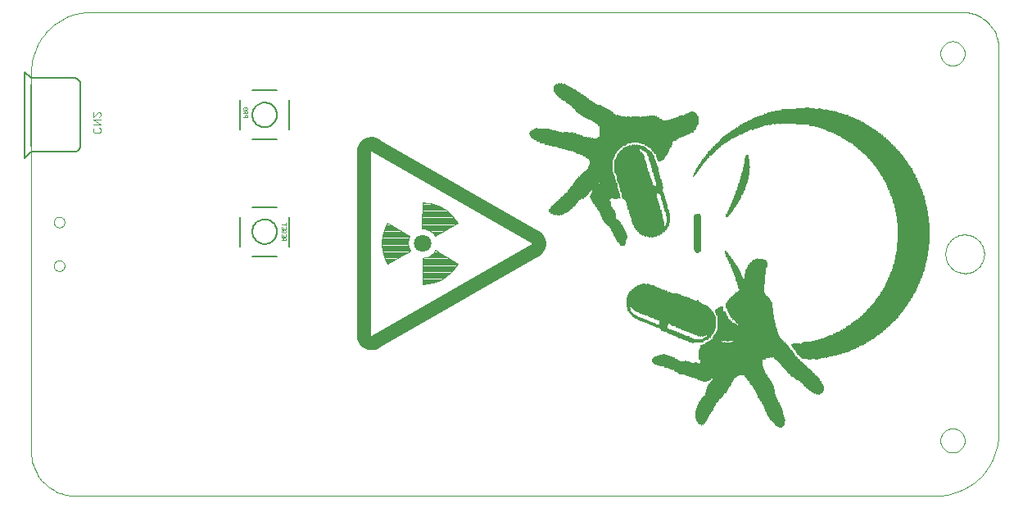
<source format=gbo>
G75*
%MOIN*%
%OFA0B0*%
%FSLAX24Y24*%
%IPPOS*%
%LPD*%
%AMOC8*
5,1,8,0,0,1.08239X$1,22.5*
%
%ADD10C,0.0000*%
%ADD11C,0.0080*%
%ADD12C,0.0010*%
%ADD13C,0.0551*%
%ADD14C,0.0709*%
%ADD15C,0.0039*%
%ADD16C,0.0050*%
%ADD17C,0.0040*%
%ADD18R,0.0020X0.0040*%
%ADD19R,0.0020X0.0180*%
%ADD20R,0.0020X0.0220*%
%ADD21R,0.0020X0.0280*%
%ADD22R,0.0020X0.0300*%
%ADD23R,0.0020X0.0320*%
%ADD24R,0.0020X0.0360*%
%ADD25R,0.0020X0.0420*%
%ADD26R,0.0020X0.0440*%
%ADD27R,0.0020X0.0460*%
%ADD28R,0.0020X0.0480*%
%ADD29R,0.0020X0.0500*%
%ADD30R,0.0020X0.0520*%
%ADD31R,0.0020X0.0540*%
%ADD32R,0.0020X0.0560*%
%ADD33R,0.0020X0.0580*%
%ADD34R,0.0020X0.0600*%
%ADD35R,0.0020X0.0620*%
%ADD36R,0.0020X0.0640*%
%ADD37R,0.0020X0.0660*%
%ADD38R,0.0020X0.0120*%
%ADD39R,0.0020X0.0140*%
%ADD40R,0.0020X0.0240*%
%ADD41R,0.0020X0.0680*%
%ADD42R,0.0020X0.0340*%
%ADD43R,0.0020X0.0400*%
%ADD44R,0.0020X0.0200*%
%ADD45R,0.0020X0.0700*%
%ADD46R,0.0020X0.0720*%
%ADD47R,0.0020X0.0740*%
%ADD48R,0.0020X0.0760*%
%ADD49R,0.0020X0.0780*%
%ADD50R,0.0020X0.0800*%
%ADD51R,0.0020X0.0820*%
%ADD52R,0.0020X0.0860*%
%ADD53R,0.0020X0.0840*%
%ADD54R,0.0020X0.0880*%
%ADD55R,0.0020X0.0900*%
%ADD56R,0.0020X0.0920*%
%ADD57R,0.0020X0.0940*%
%ADD58R,0.0020X0.0960*%
%ADD59R,0.0020X0.1000*%
%ADD60R,0.0020X0.0980*%
%ADD61R,0.0020X0.1020*%
%ADD62R,0.0020X0.1040*%
%ADD63R,0.0020X0.1060*%
%ADD64R,0.0020X0.1080*%
%ADD65R,0.0020X0.1100*%
%ADD66R,0.0020X0.1140*%
%ADD67R,0.0020X0.2220*%
%ADD68R,0.0020X0.2180*%
%ADD69R,0.0020X0.0060*%
%ADD70R,0.0020X0.2160*%
%ADD71R,0.0020X0.2140*%
%ADD72R,0.0020X0.2580*%
%ADD73R,0.0020X0.2620*%
%ADD74R,0.0020X0.2640*%
%ADD75R,0.0020X0.2680*%
%ADD76R,0.0020X0.2720*%
%ADD77R,0.0020X0.2740*%
%ADD78R,0.0020X0.2760*%
%ADD79R,0.0020X0.2800*%
%ADD80R,0.0020X0.2820*%
%ADD81R,0.0020X0.2860*%
%ADD82R,0.0020X0.2920*%
%ADD83R,0.0020X0.2980*%
%ADD84R,0.0020X0.1860*%
%ADD85R,0.0020X0.1160*%
%ADD86R,0.0020X0.3200*%
%ADD87R,0.0020X0.4420*%
%ADD88R,0.0020X0.3040*%
%ADD89R,0.0020X0.1340*%
%ADD90R,0.0020X0.4440*%
%ADD91R,0.0020X0.4540*%
%ADD92R,0.0020X0.4560*%
%ADD93R,0.0020X0.4600*%
%ADD94R,0.0020X0.4620*%
%ADD95R,0.0020X0.4640*%
%ADD96R,0.0020X0.4660*%
%ADD97R,0.0020X0.4680*%
%ADD98R,0.0020X0.4700*%
%ADD99R,0.0020X0.4720*%
%ADD100R,0.0020X0.4740*%
%ADD101R,0.0020X0.4760*%
%ADD102R,0.0020X0.3640*%
%ADD103R,0.0020X0.3600*%
%ADD104R,0.0020X0.3580*%
%ADD105R,0.0020X0.3560*%
%ADD106R,0.0020X0.3520*%
%ADD107R,0.0020X0.1920*%
%ADD108R,0.0020X0.1780*%
%ADD109R,0.0020X0.1760*%
%ADD110R,0.0020X0.1660*%
%ADD111R,0.0020X0.1620*%
%ADD112R,0.0020X0.1600*%
%ADD113R,0.0020X0.1540*%
%ADD114R,0.0020X0.1500*%
%ADD115R,0.0020X0.1460*%
%ADD116R,0.0020X0.1440*%
%ADD117R,0.0020X0.1420*%
%ADD118R,0.0020X0.1180*%
%ADD119R,0.0020X0.1400*%
%ADD120R,0.0020X0.1280*%
%ADD121R,0.0020X0.1360*%
%ADD122R,0.0020X0.1480*%
%ADD123R,0.0020X0.0020*%
%ADD124R,0.0020X0.1320*%
%ADD125R,0.0020X0.1640*%
%ADD126R,0.0020X0.1720*%
%ADD127R,0.0020X0.1260*%
%ADD128R,0.0020X0.1940*%
%ADD129R,0.0020X0.1220*%
%ADD130R,0.0020X0.2020*%
%ADD131R,0.0020X0.2040*%
%ADD132R,0.0020X0.1200*%
%ADD133R,0.0020X0.2100*%
%ADD134R,0.0020X0.2260*%
%ADD135R,0.0020X0.1120*%
%ADD136R,0.0020X0.2300*%
%ADD137R,0.0020X0.0080*%
%ADD138R,0.0020X0.2400*%
%ADD139R,0.0020X0.0380*%
%ADD140R,0.0020X0.2500*%
%ADD141R,0.0020X0.2600*%
%ADD142R,0.0020X0.2780*%
%ADD143R,0.0020X0.2900*%
%ADD144R,0.0020X0.0160*%
%ADD145R,0.0020X0.2960*%
%ADD146R,0.0020X0.3120*%
%ADD147R,0.0020X0.3240*%
%ADD148R,0.0020X0.3280*%
%ADD149R,0.0020X0.3340*%
%ADD150R,0.0020X0.3380*%
%ADD151R,0.0020X0.3420*%
%ADD152R,0.0020X0.3460*%
%ADD153R,0.0020X0.3480*%
%ADD154R,0.0020X0.3500*%
%ADD155R,0.0020X0.3540*%
%ADD156R,0.0020X0.0100*%
%ADD157R,0.0020X0.3360*%
%ADD158R,0.0020X0.3320*%
%ADD159R,0.0020X0.1240*%
%ADD160R,0.0020X0.3300*%
%ADD161R,0.0020X0.3220*%
%ADD162R,0.0020X0.3080*%
%ADD163R,0.0020X0.2940*%
%ADD164R,0.0020X0.2880*%
%ADD165R,0.0020X0.1300*%
%ADD166R,0.0020X0.2660*%
%ADD167R,0.0020X0.2560*%
%ADD168R,0.0020X0.2520*%
%ADD169R,0.0020X0.2480*%
%ADD170R,0.0020X0.2420*%
%ADD171R,0.0020X0.2360*%
%ADD172R,0.0020X0.1380*%
%ADD173R,0.0020X0.2240*%
%ADD174R,0.0020X0.2120*%
%ADD175R,0.0020X0.1520*%
%ADD176R,0.0020X0.0260*%
%ADD177R,0.0020X0.1560*%
%ADD178R,0.0020X0.1680*%
%ADD179R,0.0020X0.1700*%
%ADD180R,0.0020X0.1740*%
%ADD181R,0.0020X0.1800*%
%ADD182R,0.0020X0.1580*%
%ADD183R,0.0020X0.3060*%
%ADD184R,0.0020X0.3800*%
%ADD185R,0.0020X0.3780*%
%ADD186R,0.0020X0.3760*%
%ADD187R,0.0020X0.3740*%
%ADD188R,0.0020X0.3720*%
%ADD189R,0.0020X0.3700*%
%ADD190R,0.0020X0.2280*%
%ADD191R,0.0020X0.2080*%
%ADD192R,0.0020X0.1980*%
%ADD193R,0.0020X0.1880*%
%ADD194R,0.0020X0.2200*%
%ADD195R,0.0020X0.3440*%
%ADD196R,0.0020X0.4220*%
%ADD197R,0.0020X0.4180*%
%ADD198R,0.0020X0.4140*%
%ADD199R,0.0020X0.4120*%
%ADD200R,0.0020X0.4040*%
%ADD201R,0.0020X0.4000*%
%ADD202R,0.0020X0.3960*%
%ADD203R,0.0020X0.4020*%
%ADD204R,0.0020X0.4240*%
%ADD205R,0.0020X0.4380*%
%ADD206R,0.0020X0.4460*%
%ADD207R,0.0020X0.4520*%
%ADD208R,0.0020X0.4840*%
%ADD209R,0.0020X0.4880*%
%ADD210R,0.0020X0.4920*%
%ADD211R,0.0020X0.4980*%
%ADD212R,0.0020X0.5000*%
%ADD213R,0.0020X0.5080*%
%ADD214R,0.0020X0.5100*%
%ADD215R,0.0020X0.5120*%
%ADD216R,0.0020X0.5180*%
%ADD217R,0.0020X0.5240*%
%ADD218R,0.0020X0.5260*%
%ADD219R,0.0020X0.5300*%
%ADD220R,0.0020X0.5360*%
%ADD221R,0.0020X0.5380*%
%ADD222R,0.0020X0.5460*%
%ADD223R,0.0020X0.5500*%
%ADD224R,0.0020X0.5560*%
%ADD225R,0.0020X0.5640*%
%ADD226R,0.0020X0.5660*%
%ADD227R,0.0020X0.5680*%
%ADD228R,0.0020X0.5720*%
%ADD229R,0.0020X0.5740*%
%ADD230R,0.0020X0.5780*%
%ADD231R,0.0020X0.5800*%
%ADD232R,0.0020X0.5860*%
%ADD233R,0.0020X0.4160*%
%ADD234R,0.0020X0.4100*%
%ADD235R,0.0020X0.4080*%
%ADD236R,0.0020X0.4060*%
%ADD237R,0.0020X0.2700*%
%ADD238R,0.0020X0.2540*%
%ADD239R,0.0020X0.2460*%
%ADD240R,0.0020X0.2440*%
%ADD241R,0.0020X0.1820*%
%ADD242R,0.0020X0.1840*%
%ADD243R,0.0020X0.2000*%
%ADD244R,0.0020X0.2060*%
%ADD245R,0.0020X0.2320*%
%ADD246R,0.0020X0.2340*%
%ADD247R,0.0020X0.6760*%
%ADD248R,0.0020X0.6700*%
%ADD249R,0.0020X0.6660*%
%ADD250R,0.0020X0.6580*%
%ADD251R,0.0020X0.6560*%
%ADD252R,0.0020X0.6480*%
%ADD253R,0.0020X0.6420*%
%ADD254R,0.0020X0.6360*%
%ADD255R,0.0020X0.6320*%
%ADD256R,0.0020X0.6260*%
%ADD257R,0.0020X0.6200*%
%ADD258R,0.0020X0.6140*%
%ADD259R,0.0020X0.6120*%
%ADD260R,0.0020X0.6020*%
%ADD261R,0.0020X0.6000*%
%ADD262R,0.0020X0.5960*%
%ADD263R,0.0020X0.5820*%
%ADD264R,0.0020X0.5760*%
%ADD265R,0.0020X0.5600*%
%ADD266R,0.0020X0.5480*%
%ADD267R,0.0020X0.5400*%
%ADD268R,0.0020X0.5140*%
%ADD269R,0.0020X0.5040*%
%ADD270R,0.0020X0.4960*%
%ADD271R,0.0020X0.4860*%
%ADD272R,0.0020X0.4820*%
%ADD273R,0.0020X0.4780*%
%ADD274R,0.0020X0.4500*%
%ADD275R,0.0020X0.4320*%
%ADD276R,0.0020X0.4280*%
%ADD277R,0.0020X0.3880*%
%ADD278R,0.0020X0.3820*%
%ADD279R,0.0020X0.3680*%
%ADD280R,0.0020X0.2840*%
D10*
X005967Y003153D02*
X005967Y018587D01*
X005969Y018683D01*
X005975Y018779D01*
X005984Y018875D01*
X005997Y018970D01*
X006014Y019065D01*
X006035Y019158D01*
X006059Y019251D01*
X006087Y019343D01*
X006118Y019434D01*
X006153Y019524D01*
X006192Y019612D01*
X006234Y019698D01*
X006279Y019783D01*
X006328Y019866D01*
X006380Y019947D01*
X006435Y020026D01*
X006493Y020103D01*
X006554Y020177D01*
X006617Y020249D01*
X006684Y020318D01*
X006753Y020385D01*
X006825Y020448D01*
X006899Y020509D01*
X006976Y020567D01*
X007055Y020622D01*
X007136Y020674D01*
X007219Y020723D01*
X007304Y020768D01*
X007390Y020810D01*
X007478Y020849D01*
X007568Y020884D01*
X007659Y020915D01*
X007751Y020943D01*
X007844Y020967D01*
X007937Y020988D01*
X008032Y021005D01*
X008127Y021018D01*
X008223Y021027D01*
X008319Y021033D01*
X008415Y021035D01*
X043867Y021035D01*
X043941Y021033D01*
X044016Y021027D01*
X044090Y021018D01*
X044163Y021005D01*
X044235Y020988D01*
X044307Y020968D01*
X044378Y020943D01*
X044447Y020916D01*
X044514Y020885D01*
X044580Y020850D01*
X044645Y020813D01*
X044707Y020772D01*
X044767Y020727D01*
X044825Y020680D01*
X044880Y020630D01*
X044932Y020578D01*
X044982Y020523D01*
X045029Y020465D01*
X045074Y020405D01*
X045115Y020343D01*
X045152Y020278D01*
X045187Y020212D01*
X045218Y020145D01*
X045245Y020076D01*
X045270Y020005D01*
X045290Y019933D01*
X045307Y019861D01*
X045320Y019788D01*
X045329Y019714D01*
X045335Y019639D01*
X045337Y019565D01*
X045337Y003911D01*
X042975Y003600D02*
X042977Y003644D01*
X042983Y003688D01*
X042993Y003731D01*
X043006Y003773D01*
X043024Y003813D01*
X043045Y003852D01*
X043069Y003889D01*
X043096Y003924D01*
X043127Y003956D01*
X043160Y003985D01*
X043196Y004011D01*
X043234Y004033D01*
X043274Y004052D01*
X043315Y004068D01*
X043358Y004080D01*
X043401Y004088D01*
X043445Y004092D01*
X043489Y004092D01*
X043533Y004088D01*
X043576Y004080D01*
X043619Y004068D01*
X043660Y004052D01*
X043700Y004033D01*
X043738Y004011D01*
X043774Y003985D01*
X043807Y003956D01*
X043838Y003924D01*
X043865Y003889D01*
X043889Y003852D01*
X043910Y003813D01*
X043928Y003773D01*
X043941Y003731D01*
X043951Y003688D01*
X043957Y003644D01*
X043959Y003600D01*
X043957Y003556D01*
X043951Y003512D01*
X043941Y003469D01*
X043928Y003427D01*
X043910Y003387D01*
X043889Y003348D01*
X043865Y003311D01*
X043838Y003276D01*
X043807Y003244D01*
X043774Y003215D01*
X043738Y003189D01*
X043700Y003167D01*
X043660Y003148D01*
X043619Y003132D01*
X043576Y003120D01*
X043533Y003112D01*
X043489Y003108D01*
X043445Y003108D01*
X043401Y003112D01*
X043358Y003120D01*
X043315Y003132D01*
X043274Y003148D01*
X043234Y003167D01*
X043196Y003189D01*
X043160Y003215D01*
X043127Y003244D01*
X043096Y003276D01*
X043069Y003311D01*
X043045Y003348D01*
X043024Y003387D01*
X043006Y003427D01*
X042993Y003469D01*
X042983Y003512D01*
X042977Y003556D01*
X042975Y003600D01*
X042776Y001350D02*
X042877Y001352D01*
X042977Y001358D01*
X043077Y001368D01*
X043177Y001382D01*
X043276Y001399D01*
X043374Y001421D01*
X043471Y001446D01*
X043567Y001475D01*
X043662Y001508D01*
X043756Y001545D01*
X043848Y001585D01*
X043939Y001629D01*
X044027Y001677D01*
X044114Y001727D01*
X044199Y001782D01*
X044281Y001839D01*
X044361Y001900D01*
X044439Y001964D01*
X044514Y002030D01*
X044587Y002100D01*
X044657Y002173D01*
X044723Y002248D01*
X044787Y002326D01*
X044848Y002406D01*
X044905Y002488D01*
X044960Y002573D01*
X045010Y002660D01*
X045058Y002748D01*
X045102Y002839D01*
X045142Y002931D01*
X045179Y003025D01*
X045212Y003120D01*
X045241Y003216D01*
X045266Y003313D01*
X045288Y003411D01*
X045305Y003510D01*
X045319Y003610D01*
X045329Y003710D01*
X045335Y003810D01*
X045337Y003911D01*
X042776Y001350D02*
X007770Y001350D01*
X007687Y001352D01*
X007604Y001358D01*
X007521Y001367D01*
X007439Y001381D01*
X007357Y001398D01*
X007277Y001419D01*
X007197Y001443D01*
X007119Y001472D01*
X007042Y001504D01*
X006966Y001539D01*
X006893Y001578D01*
X006821Y001620D01*
X006751Y001666D01*
X006683Y001714D01*
X006618Y001766D01*
X006555Y001821D01*
X006495Y001878D01*
X006438Y001938D01*
X006383Y002001D01*
X006331Y002066D01*
X006283Y002134D01*
X006237Y002204D01*
X006195Y002276D01*
X006156Y002349D01*
X006121Y002425D01*
X006089Y002502D01*
X006060Y002580D01*
X006036Y002660D01*
X006015Y002740D01*
X005998Y002822D01*
X005984Y002904D01*
X005975Y002987D01*
X005969Y003070D01*
X005967Y003153D01*
X006892Y010714D02*
X006894Y010743D01*
X006900Y010771D01*
X006909Y010799D01*
X006922Y010825D01*
X006939Y010848D01*
X006958Y010870D01*
X006980Y010889D01*
X007005Y010904D01*
X007031Y010917D01*
X007059Y010925D01*
X007087Y010930D01*
X007116Y010931D01*
X007145Y010928D01*
X007173Y010921D01*
X007200Y010911D01*
X007226Y010897D01*
X007249Y010880D01*
X007270Y010860D01*
X007288Y010837D01*
X007303Y010812D01*
X007314Y010785D01*
X007322Y010757D01*
X007326Y010728D01*
X007326Y010700D01*
X007322Y010671D01*
X007314Y010643D01*
X007303Y010616D01*
X007288Y010591D01*
X007270Y010568D01*
X007249Y010548D01*
X007226Y010531D01*
X007200Y010517D01*
X007173Y010507D01*
X007145Y010500D01*
X007116Y010497D01*
X007087Y010498D01*
X007059Y010503D01*
X007031Y010511D01*
X007005Y010524D01*
X006980Y010539D01*
X006958Y010558D01*
X006939Y010580D01*
X006922Y010603D01*
X006909Y010629D01*
X006900Y010657D01*
X006894Y010685D01*
X006892Y010714D01*
X006892Y012486D02*
X006894Y012515D01*
X006900Y012543D01*
X006909Y012571D01*
X006922Y012597D01*
X006939Y012620D01*
X006958Y012642D01*
X006980Y012661D01*
X007005Y012676D01*
X007031Y012689D01*
X007059Y012697D01*
X007087Y012702D01*
X007116Y012703D01*
X007145Y012700D01*
X007173Y012693D01*
X007200Y012683D01*
X007226Y012669D01*
X007249Y012652D01*
X007270Y012632D01*
X007288Y012609D01*
X007303Y012584D01*
X007314Y012557D01*
X007322Y012529D01*
X007326Y012500D01*
X007326Y012472D01*
X007322Y012443D01*
X007314Y012415D01*
X007303Y012388D01*
X007288Y012363D01*
X007270Y012340D01*
X007249Y012320D01*
X007226Y012303D01*
X007200Y012289D01*
X007173Y012279D01*
X007145Y012272D01*
X007116Y012269D01*
X007087Y012270D01*
X007059Y012275D01*
X007031Y012283D01*
X007005Y012296D01*
X006980Y012311D01*
X006958Y012330D01*
X006939Y012352D01*
X006922Y012375D01*
X006909Y012401D01*
X006900Y012429D01*
X006894Y012457D01*
X006892Y012486D01*
X042975Y019350D02*
X042977Y019394D01*
X042983Y019438D01*
X042993Y019481D01*
X043006Y019523D01*
X043024Y019563D01*
X043045Y019602D01*
X043069Y019639D01*
X043096Y019674D01*
X043127Y019706D01*
X043160Y019735D01*
X043196Y019761D01*
X043234Y019783D01*
X043274Y019802D01*
X043315Y019818D01*
X043358Y019830D01*
X043401Y019838D01*
X043445Y019842D01*
X043489Y019842D01*
X043533Y019838D01*
X043576Y019830D01*
X043619Y019818D01*
X043660Y019802D01*
X043700Y019783D01*
X043738Y019761D01*
X043774Y019735D01*
X043807Y019706D01*
X043838Y019674D01*
X043865Y019639D01*
X043889Y019602D01*
X043910Y019563D01*
X043928Y019523D01*
X043941Y019481D01*
X043951Y019438D01*
X043957Y019394D01*
X043959Y019350D01*
X043957Y019306D01*
X043951Y019262D01*
X043941Y019219D01*
X043928Y019177D01*
X043910Y019137D01*
X043889Y019098D01*
X043865Y019061D01*
X043838Y019026D01*
X043807Y018994D01*
X043774Y018965D01*
X043738Y018939D01*
X043700Y018917D01*
X043660Y018898D01*
X043619Y018882D01*
X043576Y018870D01*
X043533Y018862D01*
X043489Y018858D01*
X043445Y018858D01*
X043401Y018862D01*
X043358Y018870D01*
X043315Y018882D01*
X043274Y018898D01*
X043234Y018917D01*
X043196Y018939D01*
X043160Y018965D01*
X043127Y018994D01*
X043096Y019026D01*
X043069Y019061D01*
X043045Y019098D01*
X043024Y019137D01*
X043006Y019177D01*
X042993Y019219D01*
X042983Y019262D01*
X042977Y019306D01*
X042975Y019350D01*
X043180Y011193D02*
X043182Y011249D01*
X043188Y011304D01*
X043198Y011358D01*
X043211Y011412D01*
X043229Y011465D01*
X043250Y011516D01*
X043274Y011566D01*
X043302Y011614D01*
X043334Y011660D01*
X043368Y011704D01*
X043406Y011745D01*
X043446Y011783D01*
X043489Y011818D01*
X043534Y011850D01*
X043582Y011879D01*
X043631Y011905D01*
X043682Y011927D01*
X043734Y011945D01*
X043788Y011959D01*
X043843Y011970D01*
X043898Y011977D01*
X043953Y011980D01*
X044009Y011979D01*
X044064Y011974D01*
X044119Y011965D01*
X044173Y011953D01*
X044226Y011936D01*
X044278Y011916D01*
X044328Y011892D01*
X044376Y011865D01*
X044423Y011835D01*
X044467Y011801D01*
X044509Y011764D01*
X044547Y011724D01*
X044584Y011682D01*
X044617Y011637D01*
X044646Y011591D01*
X044673Y011542D01*
X044695Y011491D01*
X044715Y011439D01*
X044730Y011385D01*
X044742Y011331D01*
X044750Y011276D01*
X044754Y011221D01*
X044754Y011165D01*
X044750Y011110D01*
X044742Y011055D01*
X044730Y011001D01*
X044715Y010947D01*
X044695Y010895D01*
X044673Y010844D01*
X044646Y010795D01*
X044617Y010749D01*
X044584Y010704D01*
X044547Y010662D01*
X044509Y010622D01*
X044467Y010585D01*
X044423Y010551D01*
X044376Y010521D01*
X044328Y010494D01*
X044278Y010470D01*
X044226Y010450D01*
X044173Y010433D01*
X044119Y010421D01*
X044064Y010412D01*
X044009Y010407D01*
X043953Y010406D01*
X043898Y010409D01*
X043843Y010416D01*
X043788Y010427D01*
X043734Y010441D01*
X043682Y010459D01*
X043631Y010481D01*
X043582Y010507D01*
X043534Y010536D01*
X043489Y010568D01*
X043446Y010603D01*
X043406Y010641D01*
X043368Y010682D01*
X043334Y010726D01*
X043302Y010772D01*
X043274Y010820D01*
X043250Y010870D01*
X043229Y010921D01*
X043211Y010974D01*
X043198Y011028D01*
X043188Y011082D01*
X043182Y011137D01*
X043180Y011193D01*
D11*
X016467Y011494D02*
X016467Y012706D01*
X015955Y013100D02*
X014979Y013100D01*
X014467Y012706D02*
X014467Y011494D01*
X014979Y011100D02*
X015967Y011100D01*
X014967Y012100D02*
X014969Y012144D01*
X014975Y012188D01*
X014985Y012231D01*
X014998Y012273D01*
X015015Y012314D01*
X015036Y012353D01*
X015060Y012390D01*
X015087Y012425D01*
X015117Y012457D01*
X015150Y012487D01*
X015186Y012513D01*
X015223Y012537D01*
X015263Y012556D01*
X015304Y012573D01*
X015347Y012585D01*
X015390Y012594D01*
X015434Y012599D01*
X015478Y012600D01*
X015522Y012597D01*
X015566Y012590D01*
X015609Y012579D01*
X015651Y012565D01*
X015691Y012547D01*
X015730Y012525D01*
X015766Y012501D01*
X015800Y012473D01*
X015832Y012442D01*
X015861Y012408D01*
X015887Y012372D01*
X015909Y012334D01*
X015928Y012294D01*
X015943Y012252D01*
X015955Y012210D01*
X015963Y012166D01*
X015967Y012122D01*
X015967Y012078D01*
X015963Y012034D01*
X015955Y011990D01*
X015943Y011948D01*
X015928Y011906D01*
X015909Y011866D01*
X015887Y011828D01*
X015861Y011792D01*
X015832Y011758D01*
X015800Y011727D01*
X015766Y011699D01*
X015730Y011675D01*
X015691Y011653D01*
X015651Y011635D01*
X015609Y011621D01*
X015566Y011610D01*
X015522Y011603D01*
X015478Y011600D01*
X015434Y011601D01*
X015390Y011606D01*
X015347Y011615D01*
X015304Y011627D01*
X015263Y011644D01*
X015223Y011663D01*
X015186Y011687D01*
X015150Y011713D01*
X015117Y011743D01*
X015087Y011775D01*
X015060Y011810D01*
X015036Y011847D01*
X015015Y011886D01*
X014998Y011927D01*
X014985Y011969D01*
X014975Y012012D01*
X014969Y012056D01*
X014967Y012100D01*
X014979Y015850D02*
X015955Y015850D01*
X016467Y016244D02*
X016467Y017456D01*
X015955Y017850D02*
X014967Y017850D01*
X014467Y017456D02*
X014467Y016244D01*
X014967Y016850D02*
X014969Y016894D01*
X014975Y016938D01*
X014985Y016981D01*
X014998Y017023D01*
X015015Y017064D01*
X015036Y017103D01*
X015060Y017140D01*
X015087Y017175D01*
X015117Y017207D01*
X015150Y017237D01*
X015186Y017263D01*
X015223Y017287D01*
X015263Y017306D01*
X015304Y017323D01*
X015347Y017335D01*
X015390Y017344D01*
X015434Y017349D01*
X015478Y017350D01*
X015522Y017347D01*
X015566Y017340D01*
X015609Y017329D01*
X015651Y017315D01*
X015691Y017297D01*
X015730Y017275D01*
X015766Y017251D01*
X015800Y017223D01*
X015832Y017192D01*
X015861Y017158D01*
X015887Y017122D01*
X015909Y017084D01*
X015928Y017044D01*
X015943Y017002D01*
X015955Y016960D01*
X015963Y016916D01*
X015967Y016872D01*
X015967Y016828D01*
X015963Y016784D01*
X015955Y016740D01*
X015943Y016698D01*
X015928Y016656D01*
X015909Y016616D01*
X015887Y016578D01*
X015861Y016542D01*
X015832Y016508D01*
X015800Y016477D01*
X015766Y016449D01*
X015730Y016425D01*
X015691Y016403D01*
X015651Y016385D01*
X015609Y016371D01*
X015566Y016360D01*
X015522Y016353D01*
X015478Y016350D01*
X015434Y016351D01*
X015390Y016356D01*
X015347Y016365D01*
X015304Y016377D01*
X015263Y016394D01*
X015223Y016413D01*
X015186Y016437D01*
X015150Y016463D01*
X015117Y016493D01*
X015087Y016525D01*
X015060Y016560D01*
X015036Y016597D01*
X015015Y016636D01*
X014998Y016677D01*
X014985Y016719D01*
X014975Y016762D01*
X014969Y016806D01*
X014967Y016850D01*
D12*
X014762Y016838D02*
X014762Y016763D01*
X014612Y016763D01*
X014662Y016763D02*
X014662Y016838D01*
X014687Y016863D01*
X014737Y016863D01*
X014762Y016838D01*
X014762Y016910D02*
X014762Y016985D01*
X014737Y017010D01*
X014687Y017010D01*
X014662Y016985D01*
X014662Y016910D01*
X014612Y016910D02*
X014762Y016910D01*
X014662Y016960D02*
X014612Y017010D01*
X014637Y017058D02*
X014612Y017083D01*
X014612Y017133D01*
X014637Y017158D01*
X014687Y017158D01*
X014687Y017108D01*
X014737Y017158D02*
X014762Y017133D01*
X014762Y017083D01*
X014737Y017058D01*
X014637Y017058D01*
X016172Y012394D02*
X016322Y012394D01*
X016322Y012344D02*
X016322Y012444D01*
X016322Y012297D02*
X016322Y012197D01*
X016172Y012197D01*
X016172Y012297D01*
X016247Y012247D02*
X016247Y012197D01*
X016222Y012150D02*
X016197Y012150D01*
X016172Y012125D01*
X016172Y012075D01*
X016197Y012050D01*
X016172Y012002D02*
X016172Y011902D01*
X016322Y011902D01*
X016322Y012002D01*
X016297Y012050D02*
X016322Y012075D01*
X016322Y012125D01*
X016297Y012150D01*
X016247Y012125D02*
X016222Y012150D01*
X016247Y012125D02*
X016247Y012075D01*
X016272Y012050D01*
X016297Y012050D01*
X016247Y011952D02*
X016247Y011902D01*
X016247Y011855D02*
X016222Y011830D01*
X016222Y011755D01*
X016222Y011805D02*
X016172Y011855D01*
X016247Y011855D02*
X016297Y011855D01*
X016322Y011830D01*
X016322Y011755D01*
X016172Y011755D01*
D13*
X019492Y015368D02*
X019492Y007887D01*
X019493Y007887D02*
X019495Y007853D01*
X019500Y007820D01*
X019509Y007788D01*
X019522Y007757D01*
X019537Y007727D01*
X019556Y007699D01*
X019578Y007674D01*
X019602Y007651D01*
X019629Y007630D01*
X019658Y007613D01*
X019689Y007599D01*
X019720Y007588D01*
X019753Y007581D01*
X019787Y007577D01*
X019820Y007577D01*
X019854Y007581D01*
X019886Y007588D01*
X019918Y007599D01*
X019949Y007613D01*
X019977Y007631D01*
X020004Y007651D01*
X026461Y011352D01*
X026489Y011370D01*
X026515Y011391D01*
X026539Y011415D01*
X026560Y011441D01*
X026578Y011469D01*
X026593Y011498D01*
X026605Y011529D01*
X026614Y011562D01*
X026619Y011595D01*
X026621Y011628D01*
X026619Y011661D01*
X026614Y011694D01*
X026605Y011727D01*
X026593Y011758D01*
X026578Y011787D01*
X026560Y011815D01*
X026539Y011841D01*
X026515Y011865D01*
X026489Y011886D01*
X026461Y011904D01*
X026461Y011903D02*
X020004Y015604D01*
X019977Y015624D01*
X019949Y015642D01*
X019918Y015656D01*
X019886Y015667D01*
X019854Y015674D01*
X019820Y015678D01*
X019787Y015678D01*
X019753Y015674D01*
X019720Y015667D01*
X019689Y015656D01*
X019658Y015642D01*
X019629Y015625D01*
X019602Y015604D01*
X019578Y015581D01*
X019556Y015556D01*
X019537Y015528D01*
X019522Y015498D01*
X019509Y015467D01*
X019500Y015435D01*
X019495Y015402D01*
X019493Y015368D01*
D14*
X021894Y011628D03*
D15*
X022389Y011310D02*
X022485Y011310D01*
X022423Y011348D02*
X022413Y011348D01*
X022416Y011352D02*
X022367Y011274D01*
X022307Y011205D01*
X022237Y011147D01*
X022159Y011099D01*
X022074Y011065D01*
X021985Y011044D01*
X021894Y011037D01*
X021894Y009974D01*
X022110Y009988D01*
X022323Y010030D01*
X022529Y010099D01*
X022723Y010195D01*
X022904Y010315D01*
X023067Y010458D01*
X023210Y010621D01*
X023331Y010801D01*
X022416Y011352D01*
X022365Y011272D02*
X022548Y011272D01*
X022611Y011234D02*
X022332Y011234D01*
X022296Y011196D02*
X022674Y011196D01*
X022737Y011158D02*
X022251Y011158D01*
X022194Y011121D02*
X022800Y011121D01*
X022863Y011083D02*
X022118Y011083D01*
X021989Y011045D02*
X022926Y011045D01*
X022989Y011007D02*
X021894Y011007D01*
X021894Y010969D02*
X023051Y010969D01*
X023114Y010931D02*
X021894Y010931D01*
X021894Y010893D02*
X023177Y010893D01*
X023240Y010855D02*
X021894Y010855D01*
X021894Y010818D02*
X023303Y010818D01*
X023317Y010780D02*
X021894Y010780D01*
X021894Y010742D02*
X023291Y010742D01*
X023266Y010704D02*
X021894Y010704D01*
X021894Y010666D02*
X023241Y010666D01*
X023215Y010628D02*
X021894Y010628D01*
X021894Y010590D02*
X023184Y010590D01*
X023151Y010552D02*
X021894Y010552D01*
X021894Y010515D02*
X023117Y010515D01*
X023084Y010477D02*
X021894Y010477D01*
X021894Y010439D02*
X023046Y010439D01*
X023002Y010401D02*
X021894Y010401D01*
X021894Y010363D02*
X022959Y010363D01*
X022916Y010325D02*
X021894Y010325D01*
X021894Y010287D02*
X022863Y010287D01*
X022806Y010250D02*
X021894Y010250D01*
X021894Y010212D02*
X022749Y010212D01*
X022681Y010174D02*
X021894Y010174D01*
X021894Y010136D02*
X022604Y010136D01*
X022526Y010098D02*
X021894Y010098D01*
X021894Y010060D02*
X022414Y010060D01*
X022286Y010022D02*
X021894Y010022D01*
X021894Y009984D02*
X022059Y009984D01*
X021394Y011314D02*
X020459Y010796D01*
X020364Y010991D01*
X020294Y011197D01*
X020252Y011409D01*
X020238Y011626D01*
X020253Y011842D01*
X020295Y012055D01*
X020366Y012260D01*
X020462Y012454D01*
X021382Y011923D01*
X021343Y011840D01*
X020253Y011840D01*
X020250Y011802D02*
X021331Y011802D01*
X021320Y011764D02*
X020247Y011764D01*
X020245Y011726D02*
X021313Y011726D01*
X021316Y011753D02*
X021343Y011840D01*
X021361Y011878D02*
X020260Y011878D01*
X020267Y011916D02*
X021379Y011916D01*
X021329Y011954D02*
X020275Y011954D01*
X020283Y011992D02*
X021263Y011992D01*
X021198Y012029D02*
X020290Y012029D01*
X020300Y012067D02*
X021132Y012067D01*
X021067Y012105D02*
X020313Y012105D01*
X020326Y012143D02*
X021001Y012143D01*
X020935Y012181D02*
X020338Y012181D01*
X020351Y012219D02*
X020870Y012219D01*
X020804Y012257D02*
X020364Y012257D01*
X020383Y012295D02*
X020739Y012295D01*
X020673Y012332D02*
X020401Y012332D01*
X020420Y012370D02*
X020607Y012370D01*
X020542Y012408D02*
X020439Y012408D01*
X020458Y012446D02*
X020476Y012446D01*
X020242Y011689D02*
X021308Y011689D01*
X021304Y011662D02*
X021316Y011753D01*
X021304Y011662D02*
X021306Y011571D01*
X021322Y011481D01*
X021352Y011394D01*
X021394Y011314D01*
X021388Y011310D02*
X020272Y011310D01*
X020264Y011348D02*
X021376Y011348D01*
X021356Y011386D02*
X020257Y011386D01*
X020251Y011424D02*
X021342Y011424D01*
X021328Y011461D02*
X020249Y011461D01*
X020246Y011499D02*
X021319Y011499D01*
X021312Y011537D02*
X020244Y011537D01*
X020241Y011575D02*
X021306Y011575D01*
X021305Y011613D02*
X020239Y011613D01*
X020240Y011651D02*
X021304Y011651D01*
X021319Y011272D02*
X020279Y011272D01*
X020287Y011234D02*
X021251Y011234D01*
X021182Y011196D02*
X020294Y011196D01*
X020307Y011158D02*
X021114Y011158D01*
X021045Y011121D02*
X020320Y011121D01*
X020333Y011083D02*
X020977Y011083D01*
X020908Y011045D02*
X020345Y011045D01*
X020358Y011007D02*
X020840Y011007D01*
X020771Y010969D02*
X020374Y010969D01*
X020393Y010931D02*
X020703Y010931D01*
X020635Y010893D02*
X020412Y010893D01*
X020430Y010855D02*
X020566Y010855D01*
X020498Y010818D02*
X020449Y010818D01*
X022139Y012165D02*
X022219Y012121D01*
X022291Y012065D01*
X022354Y011998D01*
X022405Y011923D01*
X023326Y012454D01*
X023206Y012635D01*
X023063Y012798D01*
X022900Y012942D01*
X022720Y013062D01*
X022526Y013159D01*
X022321Y013229D01*
X022108Y013271D01*
X021891Y013285D01*
X021872Y012217D01*
X021963Y012214D01*
X022053Y012196D01*
X022139Y012165D01*
X022179Y012143D02*
X022787Y012143D01*
X022852Y012181D02*
X022096Y012181D01*
X022239Y012105D02*
X022721Y012105D01*
X022656Y012067D02*
X022288Y012067D01*
X022325Y012029D02*
X022590Y012029D01*
X022524Y011992D02*
X022358Y011992D01*
X022384Y011954D02*
X022459Y011954D01*
X022918Y012219D02*
X021872Y012219D01*
X021873Y012257D02*
X022984Y012257D01*
X023049Y012295D02*
X021873Y012295D01*
X021874Y012332D02*
X023115Y012332D01*
X023180Y012370D02*
X021875Y012370D01*
X021875Y012408D02*
X023246Y012408D01*
X023312Y012446D02*
X021876Y012446D01*
X021877Y012484D02*
X023306Y012484D01*
X023281Y012522D02*
X021877Y012522D01*
X021878Y012560D02*
X023256Y012560D01*
X023231Y012597D02*
X021879Y012597D01*
X021879Y012635D02*
X023205Y012635D01*
X023172Y012673D02*
X021880Y012673D01*
X021881Y012711D02*
X023139Y012711D01*
X023106Y012749D02*
X021882Y012749D01*
X021882Y012787D02*
X023073Y012787D01*
X023033Y012825D02*
X021883Y012825D01*
X021884Y012863D02*
X022990Y012863D01*
X022947Y012900D02*
X021884Y012900D01*
X021885Y012938D02*
X022904Y012938D01*
X022849Y012976D02*
X021886Y012976D01*
X021886Y013014D02*
X022792Y013014D01*
X022736Y013052D02*
X021887Y013052D01*
X021888Y013090D02*
X022665Y013090D01*
X022588Y013128D02*
X021889Y013128D01*
X021889Y013166D02*
X022505Y013166D01*
X022394Y013203D02*
X021890Y013203D01*
X021891Y013241D02*
X022257Y013241D01*
X021986Y013279D02*
X021891Y013279D01*
D16*
X007967Y015600D02*
X007967Y018100D01*
X007965Y018130D01*
X007960Y018160D01*
X007951Y018189D01*
X007938Y018216D01*
X007923Y018242D01*
X007904Y018266D01*
X007883Y018287D01*
X007859Y018306D01*
X007833Y018321D01*
X007806Y018334D01*
X007777Y018343D01*
X007747Y018348D01*
X007717Y018350D01*
X005967Y018350D01*
X005717Y018600D01*
X005717Y015100D01*
X005967Y015350D01*
X007717Y015350D01*
X007747Y015352D01*
X007777Y015357D01*
X007806Y015366D01*
X007833Y015379D01*
X007859Y015394D01*
X007883Y015413D01*
X007904Y015434D01*
X007923Y015458D01*
X007938Y015484D01*
X007951Y015511D01*
X007960Y015540D01*
X007965Y015570D01*
X007967Y015600D01*
X005967Y015600D02*
X005967Y018100D01*
D17*
X008487Y016971D02*
X008487Y016765D01*
X008694Y016971D01*
X008745Y016971D01*
X008797Y016920D01*
X008797Y016816D01*
X008745Y016765D01*
X008797Y016649D02*
X008487Y016649D01*
X008797Y016442D01*
X008487Y016442D01*
X008538Y016327D02*
X008487Y016275D01*
X008487Y016172D01*
X008538Y016120D01*
X008745Y016120D01*
X008797Y016172D01*
X008797Y016275D01*
X008745Y016327D01*
D18*
X026282Y016092D03*
X032942Y014372D03*
X033722Y007792D03*
X036922Y007492D03*
X036662Y004412D03*
D19*
X033022Y004642D03*
X031302Y006862D03*
X032882Y007682D03*
X032922Y007662D03*
X032942Y007662D03*
X033502Y007782D03*
X033522Y007782D03*
X033862Y008842D03*
X037002Y007462D03*
X034262Y011222D03*
X031742Y012182D03*
X033042Y014522D03*
X033062Y014562D03*
X033082Y014582D03*
X033142Y014682D03*
X033182Y014762D03*
X033202Y014762D03*
X033322Y014942D03*
X031042Y015382D03*
X031002Y015422D03*
X030982Y015442D03*
X030962Y015442D03*
X030922Y015462D03*
X030902Y015482D03*
X030882Y015482D03*
X033142Y016622D03*
X026302Y016082D03*
D20*
X026322Y016082D03*
X027282Y017902D03*
X031062Y015362D03*
X033342Y014962D03*
X033362Y015002D03*
X033422Y015062D03*
X033442Y015082D03*
X033502Y015162D03*
X033522Y015182D03*
X033602Y015282D03*
X033622Y015282D03*
X033642Y015322D03*
X034342Y012822D03*
X034322Y012782D03*
X031802Y012242D03*
X031762Y012202D03*
X034302Y011162D03*
X034282Y009102D03*
X032402Y007862D03*
X032442Y007842D03*
X032462Y007842D03*
X032542Y007802D03*
X032562Y007802D03*
X032582Y007802D03*
X032602Y007782D03*
X032642Y007762D03*
X032662Y007762D03*
X032682Y007762D03*
X032722Y007742D03*
X032742Y007722D03*
X032762Y007722D03*
X032802Y007702D03*
X032362Y007882D03*
X032342Y007882D03*
X032302Y007902D03*
X032222Y007942D03*
X032202Y007942D03*
X032162Y007962D03*
X032122Y007982D03*
X032102Y007982D03*
X032022Y008022D03*
X032002Y008022D03*
X031982Y008022D03*
X031962Y008022D03*
X031942Y008042D03*
X031902Y008062D03*
X031882Y008082D03*
X031562Y008262D03*
X030362Y008882D03*
X027122Y012962D03*
X028782Y013522D03*
X036642Y004382D03*
D21*
X031362Y006852D03*
X033902Y008812D03*
X034302Y009092D03*
X037082Y007412D03*
X034362Y011052D03*
X034342Y011092D03*
X031842Y012312D03*
X034362Y012852D03*
X031102Y015292D03*
X033982Y015632D03*
X034022Y015672D03*
X034062Y015712D03*
X034162Y015792D03*
X026342Y016072D03*
D22*
X026362Y016082D03*
X029722Y014782D03*
X029902Y013602D03*
X031862Y012342D03*
X030202Y011882D03*
X027162Y012982D03*
X034402Y012922D03*
X034422Y012942D03*
X034382Y011022D03*
X035902Y010762D03*
X034042Y015702D03*
X034082Y015722D03*
X034102Y015742D03*
X034122Y015762D03*
X034142Y015782D03*
X034182Y015822D03*
X034202Y015822D03*
X034222Y015842D03*
X034262Y015862D03*
X034282Y015882D03*
X034342Y015922D03*
X027302Y017902D03*
D23*
X026382Y016072D03*
X031982Y012652D03*
X034442Y012972D03*
X034402Y010972D03*
X037102Y007392D03*
X038202Y005712D03*
X036622Y004392D03*
X033042Y004652D03*
X031402Y006852D03*
X031382Y006852D03*
X034242Y015852D03*
X034302Y015892D03*
X034322Y015912D03*
X034362Y015952D03*
X034382Y015952D03*
X034442Y015992D03*
X034462Y016012D03*
D24*
X034562Y016072D03*
X034642Y016112D03*
X034682Y016152D03*
X034722Y016172D03*
X034742Y016172D03*
X034802Y016212D03*
X034862Y016252D03*
X028802Y013532D03*
X027222Y012992D03*
X027202Y012992D03*
X026422Y016072D03*
X026402Y016072D03*
X034482Y013052D03*
X034422Y010952D03*
X037122Y007372D03*
X038182Y005732D03*
D25*
X031562Y006862D03*
X031542Y006862D03*
X031522Y006862D03*
X034342Y009062D03*
X034482Y010842D03*
X034542Y013182D03*
X031142Y015202D03*
X029862Y013662D03*
X026462Y016062D03*
X026442Y016062D03*
X027362Y017902D03*
X035002Y016322D03*
X035042Y016342D03*
X035082Y016362D03*
X035102Y016362D03*
X035162Y016402D03*
X035222Y016422D03*
X035242Y016422D03*
X035262Y016442D03*
X035302Y016462D03*
X035322Y016462D03*
X035422Y016502D03*
X030262Y009222D03*
D26*
X033202Y007112D03*
X033062Y004652D03*
X034522Y010772D03*
X035882Y010692D03*
X034562Y013212D03*
X034582Y013232D03*
X031162Y015172D03*
X035342Y016472D03*
X035362Y016472D03*
X035382Y016492D03*
X035402Y016492D03*
X035442Y016512D03*
X035502Y016532D03*
X035522Y016532D03*
X035542Y016552D03*
X035562Y016552D03*
X035602Y016572D03*
X035622Y016572D03*
X027262Y012992D03*
X026482Y016072D03*
D27*
X026502Y016062D03*
X027382Y017882D03*
X031182Y015162D03*
X027282Y013002D03*
X031722Y012302D03*
X035462Y016522D03*
X035482Y016522D03*
X035582Y016562D03*
X035642Y016582D03*
X035662Y016582D03*
X035702Y016602D03*
X035722Y016602D03*
X035742Y016602D03*
X035762Y016622D03*
X035782Y016622D03*
X037182Y007322D03*
X037202Y007322D03*
X038142Y005742D03*
X031622Y006862D03*
X031602Y006862D03*
X031582Y006862D03*
D28*
X031642Y006852D03*
X031662Y006852D03*
X031682Y006852D03*
X036602Y004432D03*
X034562Y010672D03*
X034542Y010712D03*
X030182Y011872D03*
X027302Y013012D03*
X029842Y013692D03*
X026522Y016052D03*
X027402Y017872D03*
X035682Y016592D03*
X035802Y016632D03*
X035862Y016652D03*
X035882Y016652D03*
X035902Y016652D03*
X035942Y016672D03*
X035962Y016672D03*
D29*
X035982Y016682D03*
X036002Y016682D03*
X036022Y016682D03*
X036082Y016702D03*
X036162Y016722D03*
X036182Y016722D03*
X036202Y016722D03*
X035922Y016662D03*
X035842Y016642D03*
X035822Y016642D03*
X034622Y013322D03*
X034602Y013282D03*
X034582Y010662D03*
X034362Y009062D03*
X033822Y008382D03*
X032042Y006762D03*
X032122Y006722D03*
X032142Y006722D03*
X032222Y006662D03*
X032282Y006622D03*
X032342Y006582D03*
X032362Y006582D03*
X031922Y006802D03*
X031902Y006802D03*
X031762Y006842D03*
X031742Y006842D03*
X031722Y006842D03*
X031702Y006842D03*
X037222Y007302D03*
X037242Y007302D03*
X038122Y005762D03*
X027322Y013022D03*
X026562Y016042D03*
X026542Y016042D03*
X027422Y017862D03*
D30*
X026602Y016032D03*
X026582Y016032D03*
X029742Y014772D03*
X031702Y013452D03*
X031822Y013052D03*
X030162Y011872D03*
X027342Y013032D03*
X033082Y016612D03*
X036042Y016692D03*
X036062Y016692D03*
X036102Y016712D03*
X036122Y016712D03*
X036142Y016712D03*
X036222Y016732D03*
X036242Y016732D03*
X036262Y016732D03*
X034642Y013372D03*
X032082Y006752D03*
X032062Y006752D03*
X032102Y006732D03*
X032162Y006712D03*
X032182Y006692D03*
X032202Y006672D03*
X032242Y006652D03*
X032302Y006612D03*
X032322Y006592D03*
X032382Y006572D03*
X032402Y006572D03*
X032022Y006772D03*
X032002Y006772D03*
X031962Y006792D03*
X031942Y006792D03*
X031882Y006812D03*
X031862Y006812D03*
X031822Y006832D03*
X031802Y006832D03*
X031782Y006832D03*
D31*
X031842Y006822D03*
X031982Y006782D03*
X032262Y006642D03*
X032422Y006562D03*
X032442Y006562D03*
X032462Y006562D03*
X033222Y007122D03*
X037262Y007282D03*
X037282Y007282D03*
X038102Y005762D03*
X036582Y004442D03*
X033082Y004662D03*
X034602Y010582D03*
X031842Y013002D03*
X031802Y013142D03*
X031782Y013182D03*
X031762Y013282D03*
X031722Y013402D03*
X034662Y013402D03*
X031202Y015082D03*
X033062Y016622D03*
X036282Y016742D03*
X036302Y016742D03*
X036322Y016742D03*
X036342Y016742D03*
X027442Y017862D03*
X026642Y016022D03*
X026622Y016022D03*
X027362Y013042D03*
D32*
X027382Y013052D03*
X029762Y014772D03*
X031742Y013312D03*
X031862Y012972D03*
X031702Y012352D03*
X034622Y010552D03*
X034642Y010512D03*
X034662Y010492D03*
X034382Y009052D03*
X037302Y007272D03*
X032862Y006472D03*
X032582Y006552D03*
X032562Y006552D03*
X032542Y006552D03*
X032522Y006552D03*
X032502Y006552D03*
X032482Y006552D03*
X026682Y016012D03*
X026662Y016012D03*
X027462Y017852D03*
X036362Y016752D03*
X036382Y016752D03*
X036402Y016752D03*
X036422Y016752D03*
X036442Y016752D03*
X036502Y016772D03*
X036522Y016772D03*
D33*
X036542Y016782D03*
X036562Y016782D03*
X036582Y016782D03*
X036602Y016782D03*
X036622Y016782D03*
X036642Y016782D03*
X036662Y016782D03*
X036482Y016762D03*
X036462Y016762D03*
X031222Y015042D03*
X034682Y013462D03*
X035862Y010642D03*
X037322Y007262D03*
X037342Y007262D03*
X038082Y005762D03*
X032922Y006442D03*
X032902Y006462D03*
X032882Y006462D03*
X032842Y006482D03*
X032822Y006482D03*
X032782Y006502D03*
X032642Y006542D03*
X032622Y006542D03*
X032602Y006542D03*
X026742Y016002D03*
X026722Y016002D03*
X026702Y016002D03*
X027482Y017842D03*
D34*
X027502Y017832D03*
X026782Y015992D03*
X026762Y015992D03*
X031242Y014992D03*
X027442Y013072D03*
X027422Y013052D03*
X027402Y013052D03*
X036682Y016792D03*
X036702Y016792D03*
X036722Y016792D03*
X036742Y016792D03*
X032722Y006532D03*
X032702Y006532D03*
X032682Y006532D03*
X032662Y006532D03*
X032762Y006512D03*
X032802Y006492D03*
X032942Y006452D03*
X032962Y006452D03*
X032982Y006452D03*
D35*
X032742Y006522D03*
X030362Y009342D03*
X031942Y012662D03*
X034702Y013502D03*
X031262Y014982D03*
X029782Y014762D03*
X027442Y015842D03*
X027382Y015862D03*
X027362Y015882D03*
X027342Y015882D03*
X026882Y015982D03*
X026862Y015982D03*
X026842Y015982D03*
X026822Y015982D03*
X026802Y015982D03*
X027522Y017822D03*
X027542Y017822D03*
X033042Y016602D03*
X036762Y016802D03*
X036782Y016802D03*
X036802Y016802D03*
X036822Y016802D03*
X036842Y016802D03*
X036862Y016802D03*
X036882Y016802D03*
X036902Y016802D03*
X036922Y016802D03*
X036942Y016802D03*
X036962Y016802D03*
X036982Y016802D03*
X037002Y016802D03*
X037022Y016802D03*
X037042Y016802D03*
X037062Y016802D03*
X037082Y016802D03*
X037102Y016802D03*
X027462Y013082D03*
D36*
X027482Y013092D03*
X029802Y013752D03*
X029822Y013752D03*
X031922Y012672D03*
X030142Y011872D03*
X034682Y010412D03*
X030382Y009352D03*
X033002Y006452D03*
X033022Y006452D03*
X033042Y006452D03*
X033102Y006412D03*
X033122Y006412D03*
X037362Y007252D03*
X038042Y005792D03*
X038062Y005792D03*
X034722Y013552D03*
X035202Y014732D03*
X037122Y016792D03*
X027582Y017792D03*
X027562Y017812D03*
X026962Y015952D03*
X026942Y015952D03*
X026922Y015952D03*
X026902Y015972D03*
X027082Y015932D03*
X027102Y015932D03*
X027262Y015892D03*
X027282Y015892D03*
X027302Y015892D03*
X027322Y015892D03*
X027402Y015852D03*
X027422Y015852D03*
X027462Y015832D03*
D37*
X027482Y015822D03*
X027502Y015822D03*
X027522Y015822D03*
X027602Y015802D03*
X027242Y015902D03*
X027222Y015902D03*
X027202Y015902D03*
X027142Y015922D03*
X027122Y015922D03*
X027062Y015942D03*
X027042Y015942D03*
X027022Y015942D03*
X027002Y015942D03*
X026982Y015942D03*
X027602Y017782D03*
X034742Y013582D03*
X034702Y010382D03*
X034402Y009042D03*
X033802Y008382D03*
X030402Y009362D03*
X030282Y009202D03*
X033062Y006442D03*
X033082Y006442D03*
X033142Y006402D03*
X033102Y004682D03*
X037382Y007242D03*
X037402Y007242D03*
X037422Y007242D03*
X027502Y013102D03*
X037142Y016802D03*
X037162Y016802D03*
X037182Y016802D03*
X037202Y016802D03*
X037222Y016802D03*
X037242Y016802D03*
X037262Y016802D03*
X037282Y016802D03*
X037302Y016802D03*
X037322Y016802D03*
X037342Y016802D03*
X037362Y016802D03*
X037382Y016802D03*
X037402Y016802D03*
X037422Y016802D03*
D38*
X032962Y014412D03*
X029942Y013512D03*
X028762Y013512D03*
X027082Y012972D03*
X033842Y008852D03*
X033402Y007712D03*
X033382Y007712D03*
X033362Y007712D03*
X033342Y007692D03*
X033322Y007672D03*
X031422Y008272D03*
X031402Y008292D03*
X031362Y008312D03*
X031342Y008312D03*
X031322Y008332D03*
X031302Y008332D03*
X031242Y008352D03*
X031222Y008372D03*
X031202Y008372D03*
X031182Y008392D03*
X031162Y008392D03*
X031142Y008392D03*
X031122Y008392D03*
X031102Y008412D03*
X031082Y008432D03*
X031062Y008432D03*
X031002Y008452D03*
X030962Y008472D03*
X030902Y008492D03*
X030862Y008512D03*
X030842Y008512D03*
X030802Y008532D03*
X030782Y008532D03*
X030742Y008552D03*
X030722Y008572D03*
X030702Y008572D03*
X030662Y008592D03*
X030642Y008612D03*
X030622Y008612D03*
X030582Y008632D03*
X030562Y008652D03*
X030522Y008672D03*
X030502Y008692D03*
X030442Y008752D03*
X036962Y007472D03*
D39*
X033482Y007762D03*
X033462Y007762D03*
X033442Y007742D03*
X033422Y007742D03*
X033302Y007662D03*
X033282Y007662D03*
X033222Y007642D03*
X033202Y007642D03*
X033182Y007642D03*
X033162Y007642D03*
X033142Y007642D03*
X033122Y007642D03*
X033102Y007642D03*
X033082Y007642D03*
X033062Y007642D03*
X033162Y007082D03*
X031282Y006862D03*
X031442Y008262D03*
X031462Y008262D03*
X031482Y008262D03*
X031502Y008262D03*
X031522Y008262D03*
X031382Y008302D03*
X031282Y008342D03*
X031262Y008342D03*
X031042Y008442D03*
X031022Y008442D03*
X030942Y008482D03*
X030922Y008482D03*
X030882Y008502D03*
X030822Y008522D03*
X030602Y008622D03*
X030542Y008662D03*
X030482Y008702D03*
X030462Y008722D03*
X030402Y008802D03*
X034242Y011242D03*
X034282Y012742D03*
X032982Y014422D03*
X033022Y014502D03*
X030862Y015502D03*
X030842Y015502D03*
X030802Y015522D03*
X030762Y015542D03*
X030742Y015542D03*
X027102Y012962D03*
X030222Y011882D03*
D40*
X031822Y012292D03*
X027142Y012972D03*
X031082Y015332D03*
X033302Y014912D03*
X033482Y015132D03*
X033542Y015212D03*
X033562Y015232D03*
X033662Y015332D03*
X033682Y015352D03*
X033702Y015372D03*
X033722Y015392D03*
X033742Y015412D03*
X033782Y015452D03*
X033802Y015472D03*
X033822Y015492D03*
X033842Y015512D03*
X033882Y008832D03*
X032322Y007892D03*
X032782Y007712D03*
X037042Y007432D03*
D41*
X034422Y009032D03*
X033182Y006392D03*
X033162Y006392D03*
X036562Y004492D03*
X038022Y005812D03*
X030122Y011872D03*
X027522Y013112D03*
X027622Y015792D03*
X027642Y015792D03*
X027582Y015812D03*
X027562Y015812D03*
X027542Y015812D03*
X027182Y015912D03*
X027162Y015912D03*
X027622Y017772D03*
X027642Y017772D03*
X033022Y016592D03*
X037442Y016792D03*
X037462Y016792D03*
X037482Y016792D03*
X034762Y013612D03*
D42*
X034462Y013022D03*
X031122Y015262D03*
X029882Y013622D03*
X027182Y012982D03*
X034442Y010942D03*
X031442Y006862D03*
X031422Y006862D03*
X034402Y015962D03*
X034422Y015982D03*
X034482Y016022D03*
X034502Y016042D03*
X034522Y016042D03*
X034542Y016062D03*
X034582Y016082D03*
X034602Y016102D03*
X034622Y016102D03*
X034662Y016122D03*
X033122Y016622D03*
X027322Y017902D03*
D43*
X027342Y017892D03*
X034902Y016272D03*
X034922Y016272D03*
X034982Y016312D03*
X035022Y016332D03*
X035062Y016352D03*
X035122Y016372D03*
X035142Y016392D03*
X035182Y016412D03*
X035202Y016412D03*
X035282Y016452D03*
X031422Y013792D03*
X031962Y012652D03*
X034502Y013092D03*
X034522Y013112D03*
X034462Y010872D03*
X034502Y010792D03*
X037162Y007352D03*
X038162Y005732D03*
X031502Y006852D03*
X027242Y012992D03*
D44*
X029922Y013552D03*
X031782Y012232D03*
X034282Y011172D03*
X035922Y010772D03*
X032382Y007872D03*
X032422Y007852D03*
X032482Y007832D03*
X032502Y007812D03*
X032522Y007812D03*
X032622Y007772D03*
X032702Y007752D03*
X032822Y007692D03*
X032842Y007692D03*
X032862Y007692D03*
X032902Y007672D03*
X032282Y007912D03*
X032262Y007932D03*
X032242Y007932D03*
X032182Y007952D03*
X032142Y007972D03*
X032082Y007992D03*
X032062Y007992D03*
X032042Y008012D03*
X031922Y008052D03*
X031322Y006852D03*
X037022Y007452D03*
X038222Y005712D03*
X033102Y014632D03*
X033122Y014652D03*
X033162Y014712D03*
X033222Y014792D03*
X033242Y014832D03*
X033262Y014852D03*
X033282Y014892D03*
X033382Y015012D03*
X033402Y015032D03*
X033462Y015112D03*
X031022Y015392D03*
X027262Y017912D03*
D45*
X027662Y017762D03*
X027682Y017742D03*
X027702Y017742D03*
X027722Y017722D03*
X027742Y017722D03*
X027722Y015782D03*
X027702Y015782D03*
X027682Y015782D03*
X027662Y015782D03*
X029782Y013782D03*
X031602Y013902D03*
X031682Y013662D03*
X034782Y013682D03*
X037502Y016782D03*
X037522Y016782D03*
X037542Y016782D03*
X037562Y016782D03*
X037582Y016782D03*
X037602Y016782D03*
X037622Y016782D03*
X037642Y016782D03*
X027582Y013142D03*
X027542Y013122D03*
X034722Y010322D03*
X033782Y008382D03*
X037442Y007242D03*
X037462Y007242D03*
X037482Y007242D03*
X037502Y007242D03*
X037522Y007242D03*
X037542Y007242D03*
X037562Y007242D03*
X037582Y007242D03*
X038002Y005822D03*
X033202Y006402D03*
X033122Y004682D03*
D46*
X036542Y004512D03*
X037982Y005832D03*
X037662Y007252D03*
X037642Y007252D03*
X037622Y007252D03*
X037602Y007252D03*
X037682Y007272D03*
X037702Y007272D03*
X037722Y007272D03*
X037742Y007272D03*
X034442Y009032D03*
X030422Y009372D03*
X030102Y011892D03*
X027622Y013172D03*
X027602Y013152D03*
X027562Y013132D03*
X031282Y014892D03*
X031622Y013852D03*
X031642Y013752D03*
X031662Y013712D03*
X034802Y013712D03*
X033002Y016592D03*
X037662Y016772D03*
X037682Y016772D03*
X037702Y016772D03*
X037722Y016772D03*
X037762Y016752D03*
X037782Y016752D03*
X037802Y016752D03*
X037822Y016752D03*
X037842Y016752D03*
X027862Y017652D03*
X027842Y017652D03*
X027822Y017672D03*
X027782Y015792D03*
X027762Y015792D03*
X027742Y015792D03*
D47*
X027802Y015782D03*
X027822Y015782D03*
X027982Y017582D03*
X027942Y017602D03*
X027922Y017622D03*
X027882Y017642D03*
X027802Y017682D03*
X027782Y017702D03*
X027762Y017702D03*
X031302Y014862D03*
X027642Y013182D03*
X031682Y012402D03*
X031902Y012662D03*
X034742Y010282D03*
X030442Y009382D03*
X030302Y009222D03*
X034542Y008022D03*
X034562Y008022D03*
X033222Y006422D03*
X037762Y007282D03*
X037782Y007282D03*
X037802Y007282D03*
X037822Y007282D03*
X037842Y007282D03*
X037922Y005882D03*
X037942Y005862D03*
X037962Y005842D03*
X037882Y016742D03*
X037862Y016742D03*
X037742Y016762D03*
D48*
X037902Y016732D03*
X037922Y016732D03*
X037942Y016732D03*
X037962Y016732D03*
X037982Y016732D03*
X038002Y016732D03*
X035182Y014732D03*
X032982Y016592D03*
X032962Y016592D03*
X031322Y014832D03*
X031342Y014732D03*
X031362Y014692D03*
X031562Y014012D03*
X031582Y013992D03*
X029802Y014772D03*
X028082Y015732D03*
X028062Y015732D03*
X028002Y015752D03*
X027982Y015752D03*
X027942Y015772D03*
X027922Y015772D03*
X027902Y015772D03*
X027882Y015772D03*
X027862Y015772D03*
X027842Y015772D03*
X028882Y016952D03*
X028962Y016912D03*
X027962Y017592D03*
X027902Y017632D03*
X027682Y013212D03*
X027662Y013192D03*
X034762Y010252D03*
X034522Y008032D03*
X037862Y007292D03*
X037882Y007292D03*
X037902Y005892D03*
D49*
X037882Y005902D03*
X037902Y007302D03*
X037922Y007302D03*
X037942Y007302D03*
X037962Y007302D03*
X037982Y007302D03*
X038002Y007302D03*
X038042Y007322D03*
X038122Y007342D03*
X038142Y007342D03*
X038202Y007362D03*
X034502Y008042D03*
X033762Y008382D03*
X034462Y009022D03*
X031662Y012422D03*
X027722Y013242D03*
X027702Y013242D03*
X031422Y014482D03*
X028102Y015722D03*
X028042Y015742D03*
X028022Y015742D03*
X027962Y015762D03*
X028922Y016922D03*
X028942Y016922D03*
X028902Y016942D03*
X028822Y017002D03*
X028002Y017562D03*
X038022Y016722D03*
X038042Y016722D03*
X038062Y016722D03*
D50*
X038082Y016712D03*
X038102Y016712D03*
X038122Y016692D03*
X038142Y016692D03*
X038162Y016692D03*
X038222Y016672D03*
X034842Y013832D03*
X034822Y013792D03*
X030082Y011912D03*
X030062Y011912D03*
X027762Y013272D03*
X027742Y013252D03*
X029762Y013832D03*
X028502Y015572D03*
X028482Y015572D03*
X028462Y015572D03*
X028422Y015592D03*
X028402Y015612D03*
X028382Y015612D03*
X028322Y015632D03*
X028222Y015672D03*
X028202Y015672D03*
X028182Y015692D03*
X028162Y015692D03*
X028142Y015712D03*
X028122Y015712D03*
X028982Y016892D03*
X029022Y016872D03*
X029042Y016852D03*
X028862Y016972D03*
X028842Y016992D03*
X028802Y017012D03*
X028782Y017032D03*
X028762Y017032D03*
X028742Y017052D03*
X028022Y017532D03*
X034782Y010192D03*
X034802Y010152D03*
X030462Y009372D03*
X030322Y009212D03*
X034482Y008052D03*
X038022Y007312D03*
X038062Y007332D03*
X038082Y007332D03*
X038102Y007332D03*
X038162Y007352D03*
X038182Y007352D03*
X038222Y007372D03*
X038242Y007372D03*
X038262Y007372D03*
X037822Y005952D03*
X037842Y005932D03*
X037862Y005912D03*
X036522Y004532D03*
X033142Y004692D03*
D51*
X033162Y004702D03*
X037722Y006022D03*
X037782Y005982D03*
X037802Y005962D03*
X038282Y007382D03*
X038302Y007382D03*
X034462Y008062D03*
X030482Y009362D03*
X030042Y011942D03*
X027802Y013302D03*
X027782Y013282D03*
X031382Y014622D03*
X028562Y015542D03*
X028542Y015562D03*
X028522Y015562D03*
X028442Y015582D03*
X028362Y015622D03*
X028342Y015622D03*
X028302Y015642D03*
X028282Y015662D03*
X028262Y015662D03*
X028242Y015662D03*
X029002Y016882D03*
X028722Y017062D03*
X028702Y017062D03*
X028682Y017082D03*
X028642Y017102D03*
X028622Y017122D03*
X028102Y017482D03*
X028082Y017482D03*
X028062Y017502D03*
X028042Y017522D03*
X032942Y016582D03*
X038182Y016682D03*
X038202Y016682D03*
X038242Y016662D03*
X038262Y016662D03*
X038282Y016662D03*
X038302Y016662D03*
D52*
X038422Y016622D03*
X038442Y016602D03*
X038462Y016602D03*
X038542Y016582D03*
X034882Y013922D03*
X029822Y014762D03*
X029742Y013862D03*
X027862Y013362D03*
X027822Y013322D03*
X029802Y012202D03*
X030022Y011962D03*
X035842Y010502D03*
X034482Y009022D03*
X034442Y008082D03*
X034422Y008082D03*
X034402Y008082D03*
X037202Y006482D03*
X037222Y006482D03*
X037262Y006442D03*
X037282Y006442D03*
X037302Y006402D03*
X037322Y006402D03*
X037422Y006302D03*
X037482Y006222D03*
X037502Y006222D03*
X037562Y006162D03*
X037582Y006142D03*
X037602Y006122D03*
X037622Y006102D03*
X037642Y006082D03*
X037662Y006082D03*
X037702Y006042D03*
X038382Y007402D03*
X038442Y007422D03*
X038462Y007442D03*
X038482Y007442D03*
X038502Y007442D03*
X038522Y007442D03*
X038542Y007442D03*
X028642Y015502D03*
X028622Y015502D03*
X029082Y016822D03*
X028582Y017142D03*
X028522Y017182D03*
X028502Y017182D03*
X028482Y017202D03*
X028462Y017222D03*
X028442Y017222D03*
X028422Y017242D03*
X028402Y017242D03*
X028382Y017262D03*
X028362Y017262D03*
X028342Y017282D03*
X028302Y017322D03*
X028282Y017322D03*
X028262Y017342D03*
X028242Y017362D03*
X028182Y017402D03*
X028142Y017442D03*
X032662Y016462D03*
X032702Y016482D03*
X032722Y016482D03*
X032742Y016502D03*
X032762Y016502D03*
X032802Y016522D03*
X032822Y016542D03*
X032842Y016542D03*
X032862Y016542D03*
D53*
X032882Y016552D03*
X032902Y016572D03*
X032922Y016572D03*
X029062Y016832D03*
X028662Y017092D03*
X028602Y017132D03*
X028562Y017152D03*
X028542Y017172D03*
X028322Y017312D03*
X028222Y017372D03*
X028202Y017392D03*
X028162Y017412D03*
X028122Y017452D03*
X028582Y015532D03*
X028602Y015532D03*
X031402Y014572D03*
X031542Y014072D03*
X031642Y012432D03*
X029822Y012172D03*
X027842Y013352D03*
X034862Y013892D03*
X038322Y016652D03*
X038342Y016652D03*
X038362Y016632D03*
X038382Y016632D03*
X038402Y016632D03*
X042522Y012032D03*
X038422Y007412D03*
X038402Y007412D03*
X038362Y007392D03*
X038342Y007392D03*
X038322Y007392D03*
X037682Y006052D03*
X037742Y006012D03*
X037762Y005992D03*
X036502Y004552D03*
X030502Y009372D03*
X030342Y009212D03*
D54*
X033742Y008392D03*
X034502Y009012D03*
X038562Y007452D03*
X038582Y007472D03*
X038602Y007472D03*
X038642Y007492D03*
X037382Y006352D03*
X037362Y006352D03*
X037342Y006392D03*
X037402Y006312D03*
X037442Y006272D03*
X037462Y006252D03*
X037522Y006212D03*
X037542Y006172D03*
X037242Y006472D03*
X037182Y006492D03*
X030002Y011972D03*
X029942Y012032D03*
X029842Y012132D03*
X031882Y012692D03*
X031522Y014092D03*
X027922Y013412D03*
X027882Y013392D03*
X032502Y016392D03*
X032522Y016392D03*
X032542Y016392D03*
X032562Y016412D03*
X032582Y016412D03*
X032602Y016432D03*
X032642Y016452D03*
X032682Y016472D03*
X032782Y016512D03*
X029102Y016812D03*
X038482Y016592D03*
X038502Y016592D03*
X038522Y016592D03*
X038562Y016572D03*
X038622Y016552D03*
X038642Y016552D03*
D55*
X038662Y016542D03*
X038702Y016522D03*
X038722Y016522D03*
X038602Y016562D03*
X038582Y016562D03*
X034902Y014022D03*
X032482Y016382D03*
X032462Y016382D03*
X032442Y016362D03*
X032422Y016362D03*
X032402Y016342D03*
X032382Y016342D03*
X032362Y016342D03*
X032342Y016322D03*
X032322Y016322D03*
X032302Y016302D03*
X032282Y016302D03*
X032262Y016302D03*
X032622Y016442D03*
X028682Y015482D03*
X028662Y015482D03*
X027982Y013482D03*
X027962Y013462D03*
X027942Y013442D03*
X027902Y013402D03*
X029862Y012122D03*
X029882Y012082D03*
X029902Y012082D03*
X029922Y012042D03*
X029962Y012022D03*
X030522Y009362D03*
X037122Y006542D03*
X037162Y006522D03*
X038622Y007482D03*
X038662Y007502D03*
X038682Y007502D03*
X038702Y007502D03*
X038722Y007502D03*
D56*
X038742Y007512D03*
X038762Y007532D03*
X038802Y007552D03*
X038822Y007552D03*
X037142Y006532D03*
X037102Y006572D03*
X034382Y008092D03*
X033722Y008392D03*
X034522Y009012D03*
X030542Y009372D03*
X029982Y011992D03*
X028002Y013492D03*
X032142Y016252D03*
X032162Y016252D03*
X032182Y016252D03*
X032202Y016272D03*
X032222Y016272D03*
X032242Y016292D03*
X038682Y016532D03*
X038742Y016512D03*
X038762Y016512D03*
X038802Y016492D03*
X036482Y004592D03*
X033182Y004712D03*
D57*
X033202Y004722D03*
X036462Y004602D03*
X037082Y006582D03*
X038782Y007542D03*
X038842Y007562D03*
X038862Y007562D03*
X038902Y007582D03*
X034362Y008102D03*
X028022Y013542D03*
X029722Y013902D03*
X032122Y016242D03*
X029122Y016782D03*
X034922Y014042D03*
X034942Y014082D03*
X038782Y016502D03*
X038822Y016482D03*
X038842Y016462D03*
X038862Y016462D03*
D58*
X038882Y016452D03*
X038902Y016452D03*
X038922Y016452D03*
X038942Y016432D03*
X038982Y016412D03*
X032102Y016232D03*
X028702Y015452D03*
X028302Y013872D03*
X028262Y013832D03*
X028222Y013792D03*
X028182Y013732D03*
X028082Y013612D03*
X028062Y013592D03*
X028042Y013552D03*
X029622Y012592D03*
X033682Y008392D03*
X033702Y008392D03*
X037042Y006632D03*
X037062Y006612D03*
X038882Y007572D03*
X038922Y007592D03*
X038962Y007612D03*
X039002Y007632D03*
D59*
X039102Y007672D03*
X039122Y007692D03*
X039142Y007692D03*
X034562Y009012D03*
X034342Y008132D03*
X030602Y009372D03*
X030582Y009372D03*
X029782Y012332D03*
X029722Y012452D03*
X029662Y012532D03*
X031622Y012492D03*
X028382Y013932D03*
X028362Y013912D03*
X028322Y013892D03*
X028162Y013712D03*
X028102Y013632D03*
X032082Y016192D03*
X035162Y014712D03*
X034982Y014212D03*
X034962Y014172D03*
X039082Y016372D03*
X039102Y016372D03*
X039122Y016352D03*
X039142Y016332D03*
X039062Y016392D03*
X039042Y016392D03*
X039022Y016392D03*
X036422Y004652D03*
D60*
X036442Y004622D03*
X033222Y004742D03*
X038942Y007602D03*
X038982Y007622D03*
X039022Y007642D03*
X039042Y007642D03*
X039062Y007642D03*
X039082Y007662D03*
X034542Y009002D03*
X035822Y010462D03*
X030562Y009362D03*
X029642Y012582D03*
X029602Y012622D03*
X028142Y013682D03*
X028122Y013662D03*
X028202Y013762D03*
X028242Y013802D03*
X028282Y013842D03*
X028342Y013902D03*
X029702Y013922D03*
X038962Y016422D03*
X039002Y016402D03*
D61*
X039162Y016322D03*
X031602Y012502D03*
X029762Y012362D03*
X029742Y012402D03*
X029682Y012522D03*
X029682Y013962D03*
X028422Y013942D03*
X028402Y013942D03*
X030622Y009382D03*
X034322Y008142D03*
X034582Y009022D03*
X037002Y006682D03*
X037022Y006662D03*
X033242Y004742D03*
X036402Y004662D03*
D62*
X036962Y006712D03*
X036982Y006712D03*
X036942Y006732D03*
X036522Y007192D03*
X036502Y007212D03*
X036462Y007252D03*
X039162Y007712D03*
X039182Y007712D03*
X039202Y007712D03*
X039222Y007732D03*
X039262Y007752D03*
X033662Y008392D03*
X030642Y009372D03*
X029702Y012472D03*
X028542Y014032D03*
X028502Y014012D03*
X028482Y013992D03*
X028462Y013972D03*
X028442Y013972D03*
X032062Y016172D03*
X039182Y016312D03*
X039202Y016312D03*
X039222Y016312D03*
X039242Y016292D03*
X039262Y016272D03*
X039282Y016272D03*
D63*
X039302Y016262D03*
X039322Y016242D03*
X039342Y016242D03*
X039362Y016222D03*
X039382Y016222D03*
X031502Y014182D03*
X029842Y014702D03*
X029662Y013982D03*
X028602Y014082D03*
X028562Y014062D03*
X028522Y014022D03*
X030422Y016242D03*
X030442Y016242D03*
X030462Y016242D03*
X030482Y016242D03*
X030502Y016242D03*
X030522Y016242D03*
X030542Y016242D03*
X030562Y016242D03*
X030582Y016242D03*
X030602Y016242D03*
X030622Y016242D03*
X030642Y016242D03*
X030662Y016242D03*
X030682Y016242D03*
X030702Y016242D03*
X030722Y016242D03*
X039242Y007742D03*
X039282Y007762D03*
X039342Y007802D03*
X036922Y006762D03*
X036582Y007122D03*
X036542Y007162D03*
X036482Y007242D03*
X036442Y007282D03*
X033262Y004742D03*
X036382Y004682D03*
D64*
X036362Y004712D03*
X036902Y006772D03*
X036882Y006812D03*
X036862Y006832D03*
X036842Y006852D03*
X036822Y006872D03*
X036642Y007052D03*
X036622Y007072D03*
X036562Y007152D03*
X036422Y007332D03*
X034302Y008172D03*
X034602Y009012D03*
X030662Y009372D03*
X031582Y012512D03*
X029542Y012792D03*
X029522Y012812D03*
X028582Y014072D03*
X028622Y014112D03*
X028642Y014132D03*
X028662Y014172D03*
X031482Y014192D03*
X035142Y014672D03*
X039402Y016212D03*
X030822Y016232D03*
X030802Y016232D03*
X030782Y016232D03*
X030762Y016232D03*
X030742Y016232D03*
X030402Y016232D03*
X030382Y016232D03*
X030362Y016232D03*
X039302Y007772D03*
X039322Y007792D03*
X039362Y007812D03*
X039422Y007832D03*
D65*
X039402Y007822D03*
X039382Y007822D03*
X039442Y007862D03*
X039462Y007862D03*
X039482Y007882D03*
X036762Y006922D03*
X036742Y006962D03*
X036722Y006962D03*
X036702Y007002D03*
X036682Y007022D03*
X036662Y007042D03*
X036602Y007102D03*
X034282Y008182D03*
X033642Y008402D03*
X034622Y009002D03*
X030702Y009362D03*
X030682Y009362D03*
X029582Y012742D03*
X029562Y012762D03*
X028682Y014202D03*
X029862Y014702D03*
X032042Y016122D03*
X030342Y016222D03*
X030322Y016222D03*
X030302Y016222D03*
X030282Y016222D03*
X030262Y016222D03*
X030242Y016222D03*
X035002Y014302D03*
X039422Y016202D03*
X039442Y016182D03*
X039462Y016162D03*
X036342Y004742D03*
X033302Y004782D03*
D66*
X033322Y004802D03*
X033382Y004862D03*
X036322Y004762D03*
X036382Y007402D03*
X034262Y008222D03*
X030742Y009362D03*
X039562Y007922D03*
X039582Y007942D03*
X039602Y007942D03*
X028702Y014242D03*
X032022Y016102D03*
X030902Y016222D03*
X030882Y016222D03*
X030202Y016202D03*
X035122Y014662D03*
X039502Y016142D03*
X039542Y016122D03*
X039602Y016082D03*
D67*
X041042Y014522D03*
X041042Y009502D03*
X041022Y009482D03*
X034622Y007242D03*
X034122Y006502D03*
X028722Y014822D03*
D68*
X028742Y014842D03*
X030162Y014442D03*
X030182Y014442D03*
X034662Y007242D03*
D69*
X038242Y005722D03*
X028742Y013522D03*
X031702Y013902D03*
D70*
X031282Y012952D03*
X028782Y014832D03*
X028762Y014832D03*
X041002Y009432D03*
X034142Y006512D03*
D71*
X034162Y006522D03*
X034682Y007262D03*
X036142Y008042D03*
X030142Y014442D03*
X028802Y014842D03*
X041002Y014602D03*
D72*
X041162Y009802D03*
X030282Y014302D03*
X028822Y014622D03*
D73*
X028842Y014602D03*
X041182Y009842D03*
D74*
X035882Y008232D03*
X035862Y008232D03*
X028862Y014572D03*
D75*
X028882Y014552D03*
X028902Y014552D03*
X030322Y014272D03*
X031102Y013232D03*
D76*
X028922Y014532D03*
X035822Y008272D03*
D77*
X028942Y014522D03*
D78*
X028962Y014512D03*
X041202Y014092D03*
X042362Y012012D03*
X041202Y009932D03*
D79*
X041222Y009972D03*
X028982Y014492D03*
D80*
X029002Y014482D03*
X030362Y014202D03*
X031062Y013302D03*
X041222Y014042D03*
D81*
X029022Y014462D03*
D82*
X029042Y014452D03*
X033782Y006432D03*
D83*
X041242Y013942D03*
X029082Y014442D03*
X029062Y014442D03*
D84*
X029102Y015022D03*
X029682Y016002D03*
X034382Y006662D03*
D85*
X034242Y008232D03*
X034182Y008232D03*
X033522Y008492D03*
X034642Y009012D03*
X030762Y009372D03*
X029102Y013492D03*
X031462Y014212D03*
X032002Y016092D03*
X030942Y016212D03*
X030922Y016212D03*
X039622Y016072D03*
X039722Y008032D03*
X039702Y008012D03*
X039662Y007992D03*
X039642Y007972D03*
X039622Y007952D03*
X033422Y004912D03*
X033402Y004872D03*
X033362Y004852D03*
D86*
X030462Y014032D03*
X029122Y014452D03*
D87*
X029142Y015042D03*
D88*
X029162Y015712D03*
X030422Y014092D03*
X031002Y013432D03*
X041242Y010112D03*
D89*
X040082Y008322D03*
X040042Y008282D03*
X040022Y008262D03*
X036302Y007562D03*
X033542Y008382D03*
X033322Y008502D03*
X033302Y008502D03*
X032142Y008922D03*
X031882Y008962D03*
X031562Y009122D03*
X031542Y009142D03*
X031442Y009182D03*
X031422Y009182D03*
X031402Y009202D03*
X031382Y009202D03*
X031322Y009242D03*
X031302Y009242D03*
X031282Y009242D03*
X031242Y009262D03*
X031222Y009262D03*
X029162Y013462D03*
X029942Y016142D03*
X029962Y016142D03*
X031202Y016142D03*
X031902Y015962D03*
X040042Y015762D03*
X040062Y015742D03*
X040082Y015722D03*
X036242Y004942D03*
D90*
X029182Y014992D03*
D91*
X029202Y014942D03*
D92*
X029222Y014932D03*
D93*
X029242Y014892D03*
X035142Y008372D03*
D94*
X042002Y012002D03*
X029282Y014862D03*
X029262Y014882D03*
D95*
X029302Y014832D03*
D96*
X029322Y014822D03*
X041982Y012022D03*
X035162Y008382D03*
D97*
X029362Y014792D03*
X029342Y014792D03*
D98*
X029382Y014762D03*
D99*
X029402Y014752D03*
X029422Y014732D03*
X029462Y014712D03*
D100*
X029442Y014722D03*
X029502Y014682D03*
X035182Y008382D03*
D101*
X035202Y008392D03*
X029482Y014692D03*
D102*
X029522Y015212D03*
D103*
X029542Y015212D03*
X042222Y012012D03*
D104*
X029562Y015222D03*
D105*
X029582Y015212D03*
X030722Y013832D03*
D106*
X030662Y013872D03*
X029642Y015212D03*
X029622Y015212D03*
X029602Y015212D03*
D107*
X030022Y014472D03*
X029662Y015992D03*
X040842Y009172D03*
X034342Y006632D03*
D108*
X034422Y006702D03*
X040722Y008982D03*
X040722Y015042D03*
X031542Y015842D03*
X029702Y016002D03*
D109*
X029722Y016012D03*
X031562Y015832D03*
X031582Y015832D03*
X040702Y015072D03*
X040702Y008972D03*
X034442Y006712D03*
D110*
X040562Y008782D03*
X040602Y008822D03*
X031422Y012742D03*
X031642Y015822D03*
X031662Y015822D03*
X031682Y015822D03*
X029742Y016062D03*
X040562Y015242D03*
X040582Y015222D03*
X040602Y015202D03*
D111*
X029762Y016062D03*
X031582Y008962D03*
X033542Y006822D03*
X033642Y006902D03*
X034522Y006802D03*
X040522Y008742D03*
X040542Y008762D03*
D112*
X036222Y007732D03*
X034542Y006832D03*
X033722Y006912D03*
X033702Y006912D03*
X033682Y006912D03*
X033662Y006912D03*
X033602Y006852D03*
X033562Y006832D03*
X033522Y006812D03*
X033502Y006812D03*
X033482Y006792D03*
X033462Y006792D03*
X033442Y006792D03*
X036002Y005352D03*
X036042Y005292D03*
X033122Y012032D03*
X033102Y012032D03*
X033082Y012032D03*
X040522Y015292D03*
X040542Y015272D03*
X031722Y015832D03*
X031702Y015832D03*
X029782Y016072D03*
D113*
X029802Y016062D03*
X031382Y016022D03*
X031742Y015842D03*
X029962Y014602D03*
X031462Y012682D03*
X033002Y012042D03*
X033182Y012042D03*
X033202Y012042D03*
X040442Y015382D03*
X035782Y005822D03*
X035822Y005702D03*
X035862Y005602D03*
X036142Y005142D03*
X036162Y005122D03*
D114*
X036182Y005082D03*
X036202Y005062D03*
X033322Y006762D03*
X040362Y008562D03*
X040422Y008622D03*
X042482Y012022D03*
X040422Y015422D03*
X040382Y015442D03*
X029822Y016082D03*
D115*
X029842Y016102D03*
X031302Y016082D03*
X031322Y016082D03*
X040302Y015522D03*
X040342Y015482D03*
X040302Y008502D03*
X036262Y007642D03*
X033302Y006742D03*
X033282Y006742D03*
X033262Y006742D03*
D116*
X033242Y006752D03*
X033142Y008572D03*
X033122Y008592D03*
X033102Y008592D03*
X040262Y008472D03*
X029922Y014632D03*
X031802Y015892D03*
X031282Y016092D03*
X029862Y016112D03*
X040282Y015552D03*
D117*
X040262Y015562D03*
X040242Y015582D03*
X040222Y015602D03*
X040202Y015622D03*
X040182Y015642D03*
X031822Y015902D03*
X029882Y016122D03*
X031502Y012642D03*
X032662Y008742D03*
X032842Y008662D03*
X032862Y008662D03*
X033062Y008582D03*
X033082Y008582D03*
X033162Y008562D03*
X040242Y008442D03*
X040282Y008482D03*
D118*
X039742Y008042D03*
X039682Y008002D03*
X036362Y007422D03*
X034222Y008242D03*
X034202Y008242D03*
X034162Y008242D03*
X033502Y008502D03*
X034662Y009002D03*
X030822Y009362D03*
X030802Y009362D03*
X030782Y009362D03*
X031562Y012542D03*
X029882Y014702D03*
X030142Y016202D03*
X030162Y016202D03*
X030182Y016202D03*
X030962Y016202D03*
X030982Y016202D03*
X031002Y016202D03*
X035102Y014622D03*
X039642Y016062D03*
X039662Y016042D03*
X039682Y016022D03*
X033442Y004942D03*
X036302Y004802D03*
D119*
X036222Y004992D03*
X034102Y008352D03*
X034082Y008352D03*
X033202Y008532D03*
X033042Y008592D03*
X033022Y008592D03*
X032982Y008612D03*
X032922Y008632D03*
X032902Y008652D03*
X032882Y008652D03*
X032822Y008672D03*
X032802Y008692D03*
X032782Y008692D03*
X032762Y008712D03*
X032742Y008712D03*
X032722Y008712D03*
X032702Y008712D03*
X032682Y008732D03*
X032642Y008752D03*
X032622Y008752D03*
X032602Y008752D03*
X032582Y008772D03*
X032562Y008772D03*
X032542Y008792D03*
X032522Y008792D03*
X032502Y008792D03*
X032482Y008792D03*
X032422Y008832D03*
X032402Y008852D03*
X032382Y008852D03*
X032362Y008852D03*
X032342Y008872D03*
X032322Y008872D03*
X032302Y008892D03*
X032282Y008892D03*
X032982Y012052D03*
X040162Y015652D03*
X031842Y015912D03*
X031262Y016112D03*
X029902Y016132D03*
X040182Y008392D03*
X040202Y008412D03*
X040222Y008432D03*
D120*
X039982Y008232D03*
X039942Y008192D03*
X039922Y008172D03*
X036322Y007512D03*
X033562Y008392D03*
X033362Y008492D03*
X034722Y008992D03*
X031042Y009332D03*
X031022Y009332D03*
X031002Y009332D03*
X030982Y009332D03*
X035062Y014552D03*
X031942Y016012D03*
X031922Y015992D03*
X031122Y016172D03*
X031102Y016172D03*
X030002Y016152D03*
X029902Y014672D03*
X039962Y015832D03*
X039982Y015812D03*
D121*
X040102Y015712D03*
X040122Y015692D03*
X040142Y015672D03*
X031222Y016132D03*
X029922Y016132D03*
X032162Y008912D03*
X032182Y008912D03*
X032202Y008912D03*
X032222Y008912D03*
X033242Y008512D03*
X033262Y008512D03*
X033282Y008512D03*
X040102Y008332D03*
X040122Y008352D03*
D122*
X040322Y008512D03*
X040342Y008552D03*
X033222Y012032D03*
X031482Y012672D03*
X029942Y014612D03*
X031782Y015872D03*
X040322Y015512D03*
X040362Y015472D03*
D123*
X034262Y012702D03*
X029962Y013462D03*
D124*
X031522Y012592D03*
X031102Y009312D03*
X031122Y009292D03*
X031142Y009292D03*
X031162Y009292D03*
X031182Y009292D03*
X031202Y009272D03*
X031262Y009252D03*
X031342Y009212D03*
X031362Y009212D03*
X031462Y009172D03*
X031482Y009172D03*
X031502Y009152D03*
X031522Y009152D03*
X031902Y008972D03*
X032022Y008952D03*
X032062Y008932D03*
X032082Y008932D03*
X032102Y008932D03*
X032122Y008932D03*
X033582Y005252D03*
X033502Y005132D03*
X040062Y008292D03*
X040022Y015772D03*
X031182Y016152D03*
X031162Y016152D03*
X029982Y016152D03*
D125*
X029982Y014572D03*
X031442Y012732D03*
X031602Y008952D03*
X034502Y006792D03*
X040582Y008812D03*
D126*
X040642Y008872D03*
X040662Y008912D03*
X034462Y006732D03*
X030002Y014552D03*
X031482Y015892D03*
X040662Y015112D03*
D127*
X039942Y015842D03*
X039922Y015862D03*
X039902Y015882D03*
X039882Y015902D03*
X031542Y012582D03*
X030962Y009342D03*
X030942Y009342D03*
X033382Y008502D03*
X033402Y008502D03*
X034702Y009002D03*
X039882Y008142D03*
X039902Y008162D03*
X033662Y005382D03*
X033642Y005362D03*
X033622Y005322D03*
X033602Y005302D03*
X033482Y005062D03*
X030042Y016162D03*
X030022Y016162D03*
X031082Y016182D03*
D128*
X030042Y014462D03*
X040842Y014862D03*
X040862Y014842D03*
X040862Y009202D03*
X034322Y006622D03*
D129*
X033682Y005402D03*
X033602Y008382D03*
X033462Y008482D03*
X033442Y008482D03*
X030862Y009362D03*
X030842Y009362D03*
X039802Y008082D03*
X039842Y008122D03*
X031442Y014242D03*
X031962Y016042D03*
X031982Y016042D03*
X031042Y016182D03*
X030082Y016182D03*
X030062Y016182D03*
X035042Y014502D03*
X035082Y014602D03*
X039782Y015962D03*
D130*
X040922Y014762D03*
X031362Y012922D03*
X030062Y014462D03*
X036162Y007982D03*
D131*
X034262Y006572D03*
X034242Y006572D03*
X031402Y012932D03*
X031382Y012932D03*
X031342Y012932D03*
X030082Y014452D03*
D132*
X030102Y016192D03*
X030122Y016192D03*
X031022Y016192D03*
X039702Y016012D03*
X039722Y016012D03*
X039742Y015992D03*
X039762Y015972D03*
X033482Y008492D03*
X033622Y008372D03*
X039762Y008052D03*
X039782Y008072D03*
X036282Y004832D03*
D133*
X034202Y006542D03*
X031322Y012922D03*
X030122Y014442D03*
X030102Y014442D03*
D134*
X030202Y014422D03*
X031242Y013002D03*
X034602Y007242D03*
X034102Y006502D03*
D135*
X036402Y007352D03*
X036782Y006912D03*
X036802Y006892D03*
X039502Y007892D03*
X039522Y007892D03*
X039542Y007912D03*
X033342Y004812D03*
X033282Y004772D03*
X030722Y009372D03*
X035022Y014352D03*
X030862Y016232D03*
X030842Y016232D03*
X030222Y016212D03*
X039482Y016152D03*
X039522Y016132D03*
X039562Y016112D03*
X039582Y016092D03*
D136*
X041062Y014462D03*
X041062Y009562D03*
X036082Y008122D03*
X034582Y007222D03*
X030222Y014402D03*
D137*
X035222Y014712D03*
X030222Y009212D03*
X031262Y006872D03*
X036942Y007492D03*
D138*
X036042Y008172D03*
X042402Y012012D03*
X030242Y014372D03*
D139*
X033102Y016622D03*
X034702Y016162D03*
X034762Y016182D03*
X034782Y016202D03*
X034822Y016222D03*
X034842Y016242D03*
X034882Y016262D03*
X034942Y016282D03*
X034962Y016302D03*
X030242Y009222D03*
X033842Y008402D03*
X033922Y008782D03*
X034322Y009082D03*
X037142Y007362D03*
X033182Y007102D03*
X031482Y006862D03*
X031462Y006862D03*
D140*
X030262Y014322D03*
D141*
X030302Y014292D03*
X041182Y014192D03*
D142*
X031082Y013282D03*
X030342Y014222D03*
D143*
X030382Y014162D03*
X033862Y006562D03*
X033882Y006562D03*
X033842Y006502D03*
D144*
X033262Y007652D03*
X033242Y007652D03*
X033042Y007652D03*
X033022Y007652D03*
X033002Y007652D03*
X032982Y007652D03*
X032962Y007652D03*
X031542Y008252D03*
X030422Y008772D03*
X030382Y008812D03*
X036982Y007472D03*
X034302Y012752D03*
X033002Y014472D03*
X030942Y015452D03*
X030822Y015512D03*
X030782Y015532D03*
D145*
X030402Y014132D03*
X033902Y006612D03*
X033762Y006392D03*
X033742Y006372D03*
D146*
X042302Y012012D03*
X030962Y013472D03*
X030442Y014052D03*
D147*
X030482Y014012D03*
D148*
X030502Y013992D03*
X030922Y013572D03*
X041262Y013772D03*
D149*
X030522Y013962D03*
D150*
X030542Y013962D03*
X030742Y013722D03*
X030762Y013702D03*
X030782Y013682D03*
X030822Y013642D03*
X042262Y012022D03*
D151*
X030582Y013922D03*
X030562Y013922D03*
D152*
X030602Y013902D03*
X034802Y007982D03*
D153*
X030622Y013892D03*
D154*
X030642Y013882D03*
D155*
X030682Y013862D03*
X030702Y013842D03*
D156*
X034222Y011262D03*
X030762Y008542D03*
X030682Y008582D03*
X030982Y008462D03*
D157*
X030862Y013612D03*
X030842Y013612D03*
X030802Y013672D03*
D158*
X030882Y013592D03*
X041262Y010272D03*
D159*
X039862Y008132D03*
X039822Y008092D03*
X036342Y007492D03*
X034142Y008272D03*
X033582Y008392D03*
X033422Y008492D03*
X034682Y009012D03*
X030922Y009352D03*
X030902Y009352D03*
X030882Y009352D03*
X033722Y005452D03*
X033702Y005432D03*
X033462Y005012D03*
X036262Y004872D03*
X039842Y015912D03*
X039862Y015912D03*
X039822Y015932D03*
X039802Y015952D03*
X031062Y016192D03*
D160*
X030902Y013582D03*
X042282Y012022D03*
D161*
X030942Y013522D03*
D162*
X030982Y013452D03*
D163*
X031022Y013382D03*
X033822Y006482D03*
X033802Y006442D03*
D164*
X031042Y013352D03*
D165*
X031142Y016162D03*
X040002Y015802D03*
X031082Y009322D03*
X031062Y009322D03*
X031922Y008982D03*
X031942Y008982D03*
X031962Y008982D03*
X031982Y008982D03*
X032002Y008962D03*
X032042Y008942D03*
X033342Y008502D03*
X034742Y009002D03*
X039962Y008202D03*
X040002Y008242D03*
X033562Y005222D03*
X033542Y005202D03*
X033522Y005162D03*
D166*
X031122Y013202D03*
D167*
X031142Y013152D03*
D168*
X031162Y013132D03*
X041162Y014252D03*
X042382Y012012D03*
D169*
X041142Y009732D03*
X035962Y008212D03*
X035942Y008212D03*
X031182Y013112D03*
D170*
X031202Y013082D03*
X036022Y008182D03*
D171*
X036062Y008152D03*
X031222Y013052D03*
D172*
X031862Y015922D03*
X031882Y015942D03*
X031242Y016122D03*
X042502Y012022D03*
X040162Y008382D03*
X040142Y008362D03*
X036282Y007602D03*
X034122Y008342D03*
X033222Y008522D03*
X033182Y008542D03*
X033002Y008602D03*
X032962Y008622D03*
X032942Y008622D03*
X032462Y008802D03*
X032442Y008822D03*
X032262Y008902D03*
X032242Y008902D03*
D173*
X036122Y008092D03*
X031262Y012992D03*
D174*
X031302Y012932D03*
X040982Y014632D03*
X040982Y009392D03*
X034702Y007252D03*
X034182Y006532D03*
D175*
X033342Y006772D03*
X035802Y005772D03*
X035842Y005672D03*
X036242Y007692D03*
X040382Y008592D03*
X040402Y008612D03*
X040402Y015432D03*
X031762Y015852D03*
X031362Y016052D03*
X031342Y016052D03*
D176*
X033582Y015242D03*
X033762Y015422D03*
X033862Y015542D03*
X033882Y015542D03*
X033902Y015562D03*
X033922Y015582D03*
X033942Y015602D03*
X033962Y015622D03*
X034002Y015662D03*
X034382Y012862D03*
X034322Y011122D03*
X037062Y007422D03*
X031342Y006862D03*
D177*
X033362Y006772D03*
X033382Y006772D03*
X033402Y006772D03*
X035762Y005852D03*
X035882Y005572D03*
X035902Y005512D03*
X035942Y005432D03*
X035962Y005412D03*
X036122Y005192D03*
X040442Y008652D03*
X040462Y008672D03*
X033162Y012032D03*
X033042Y012032D03*
X033022Y012032D03*
X040462Y015352D03*
X040482Y015332D03*
X031402Y016012D03*
D178*
X031422Y015952D03*
X031622Y008932D03*
X031702Y008892D03*
X031782Y008852D03*
X031802Y008852D03*
X034482Y006752D03*
X040622Y008852D03*
D179*
X031862Y008822D03*
X031842Y008842D03*
X031822Y008842D03*
X031762Y008862D03*
X031742Y008862D03*
X031722Y008882D03*
X031682Y008902D03*
X031662Y008902D03*
X031642Y008902D03*
X040622Y015182D03*
X040642Y015162D03*
X031622Y015822D03*
X031442Y015942D03*
D180*
X031462Y015902D03*
X031602Y015822D03*
X040682Y015102D03*
X040682Y008922D03*
X036202Y007842D03*
D181*
X034402Y006692D03*
X040762Y015012D03*
X040742Y015032D03*
X031522Y015852D03*
X031502Y015852D03*
D182*
X033062Y012022D03*
X033142Y012022D03*
X040482Y008702D03*
X040502Y008702D03*
X035742Y005902D03*
X035922Y005482D03*
X035982Y005402D03*
X036022Y005322D03*
X036062Y005262D03*
X036082Y005222D03*
X036102Y005222D03*
X034562Y006842D03*
X033622Y006862D03*
X033582Y006842D03*
X033422Y006782D03*
X040502Y015322D03*
D183*
X042322Y012022D03*
X033922Y006702D03*
D184*
X033942Y007092D03*
D185*
X033962Y007122D03*
D186*
X033982Y007132D03*
D187*
X034002Y007142D03*
D188*
X034022Y007152D03*
X034062Y007192D03*
D189*
X034042Y007182D03*
D190*
X034082Y006492D03*
X036102Y008112D03*
D191*
X034742Y007272D03*
X034722Y007272D03*
X034222Y006552D03*
X040962Y009352D03*
D192*
X034302Y006602D03*
X034282Y006602D03*
X040882Y014802D03*
D193*
X040822Y014912D03*
X040802Y014932D03*
X042462Y012032D03*
X040822Y009132D03*
X040802Y009112D03*
X034362Y006652D03*
D194*
X034642Y007252D03*
X042422Y012032D03*
X041022Y014552D03*
D195*
X042242Y012012D03*
X034782Y007972D03*
X034762Y007952D03*
D196*
X034822Y008382D03*
D197*
X034842Y008362D03*
X035042Y008282D03*
D198*
X034862Y008342D03*
X042102Y012022D03*
D199*
X034882Y008332D03*
D200*
X034902Y008292D03*
D201*
X034922Y008272D03*
X034942Y008252D03*
X042142Y012012D03*
D202*
X035002Y008212D03*
X034982Y008212D03*
X034962Y008232D03*
D203*
X035022Y008222D03*
D204*
X035062Y008292D03*
D205*
X035082Y008342D03*
D206*
X035102Y008362D03*
X042042Y012022D03*
D207*
X035122Y008372D03*
D208*
X035222Y008392D03*
D209*
X035242Y008372D03*
D210*
X035262Y008372D03*
D211*
X035282Y008362D03*
D212*
X035302Y008352D03*
D213*
X035322Y008352D03*
D214*
X035342Y008342D03*
D215*
X035362Y008352D03*
X041862Y012012D03*
D216*
X035382Y008342D03*
D217*
X035402Y008332D03*
D218*
X035422Y008322D03*
D219*
X035442Y008302D03*
X041802Y012022D03*
X041822Y012022D03*
D220*
X035462Y008292D03*
D221*
X035482Y008282D03*
D222*
X035502Y008262D03*
X041762Y012022D03*
D223*
X035522Y008242D03*
D224*
X035542Y008212D03*
X035562Y008212D03*
X041722Y012012D03*
D225*
X035582Y008172D03*
D226*
X035602Y008162D03*
D227*
X035622Y008152D03*
D228*
X035642Y008132D03*
X041682Y012012D03*
D229*
X035662Y008122D03*
D230*
X035682Y008102D03*
D231*
X035702Y008092D03*
D232*
X035722Y008062D03*
X041622Y012022D03*
D233*
X035742Y008912D03*
D234*
X035762Y008922D03*
D235*
X035782Y008912D03*
D236*
X035802Y008922D03*
X042122Y012022D03*
D237*
X035842Y008262D03*
D238*
X035902Y008222D03*
X035922Y008222D03*
D239*
X035982Y008202D03*
X041142Y014302D03*
D240*
X041122Y014352D03*
X041122Y009692D03*
X036002Y008192D03*
D241*
X036182Y007882D03*
X040742Y009002D03*
X040762Y009042D03*
X040782Y014982D03*
D242*
X040782Y009052D03*
D243*
X040882Y009232D03*
X040902Y009252D03*
X040922Y009272D03*
X040902Y014792D03*
D244*
X040942Y014702D03*
X040962Y014682D03*
X042442Y012022D03*
X040942Y009322D03*
D245*
X041082Y014432D03*
D246*
X041102Y014402D03*
X041102Y009622D03*
X041082Y009602D03*
D247*
X041282Y012012D03*
D248*
X041302Y012022D03*
D249*
X041322Y012022D03*
D250*
X041342Y012022D03*
D251*
X041362Y012012D03*
D252*
X041382Y012012D03*
X041402Y012012D03*
D253*
X041422Y012022D03*
D254*
X041442Y012012D03*
D255*
X041462Y012012D03*
D256*
X041482Y012022D03*
D257*
X041502Y012012D03*
D258*
X041522Y012022D03*
D259*
X041542Y012012D03*
D260*
X041562Y012022D03*
D261*
X041582Y012012D03*
D262*
X041602Y012012D03*
D263*
X041642Y012022D03*
D264*
X041662Y012012D03*
D265*
X041702Y012012D03*
D266*
X041742Y012012D03*
D267*
X041782Y012012D03*
D268*
X041842Y012022D03*
D269*
X041882Y012012D03*
D270*
X041902Y012012D03*
D271*
X041922Y012022D03*
D272*
X041942Y012022D03*
D273*
X041962Y012022D03*
D274*
X042022Y012022D03*
D275*
X042062Y012012D03*
D276*
X042082Y012012D03*
D277*
X042162Y012012D03*
D278*
X042182Y012002D03*
D279*
X042202Y012012D03*
D280*
X042342Y012012D03*
M02*

</source>
